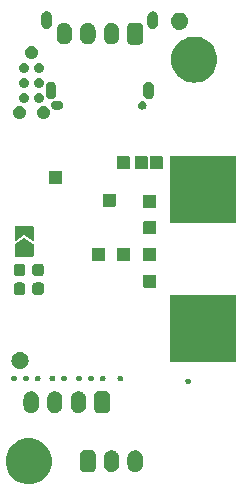
<source format=gbs>
G04 #@! TF.GenerationSoftware,KiCad,Pcbnew,7.0.7*
G04 #@! TF.CreationDate,2023-09-04T22:31:34-04:00*
G04 #@! TF.ProjectId,k1-aioc,6b312d61-696f-4632-9e6b-696361645f70,rev?*
G04 #@! TF.SameCoordinates,Original*
G04 #@! TF.FileFunction,Soldermask,Bot*
G04 #@! TF.FilePolarity,Negative*
%FSLAX46Y46*%
G04 Gerber Fmt 4.6, Leading zero omitted, Abs format (unit mm)*
G04 Created by KiCad (PCBNEW 7.0.7) date 2023-09-04 22:31:34*
%MOMM*%
%LPD*%
G01*
G04 APERTURE LIST*
G04 APERTURE END LIST*
G36*
X87027514Y-129319848D02*
G01*
X87299378Y-129378989D01*
X87560059Y-129476218D01*
X87804250Y-129609556D01*
X88026978Y-129776288D01*
X88223712Y-129973022D01*
X88390444Y-130195750D01*
X88523782Y-130439941D01*
X88621011Y-130700622D01*
X88680152Y-130972486D01*
X88700000Y-131250000D01*
X88680152Y-131527514D01*
X88621011Y-131799378D01*
X88523782Y-132060059D01*
X88390444Y-132304250D01*
X88223712Y-132526978D01*
X88026978Y-132723712D01*
X87804250Y-132890444D01*
X87560059Y-133023782D01*
X87299378Y-133121011D01*
X87027514Y-133180152D01*
X86750000Y-133200000D01*
X86472486Y-133180152D01*
X86200622Y-133121011D01*
X85939941Y-133023782D01*
X85695750Y-132890444D01*
X85473022Y-132723712D01*
X85276288Y-132526978D01*
X85109556Y-132304250D01*
X84976218Y-132060059D01*
X84878989Y-131799378D01*
X84819848Y-131527514D01*
X84800000Y-131250000D01*
X84819848Y-130972486D01*
X84878989Y-130700622D01*
X84976218Y-130439941D01*
X85109556Y-130195750D01*
X85276288Y-129973022D01*
X85473022Y-129776288D01*
X85695750Y-129609556D01*
X85939941Y-129476218D01*
X86200622Y-129378989D01*
X86472486Y-129319848D01*
X86750000Y-129300000D01*
X87027514Y-129319848D01*
G37*
G36*
X92168685Y-130332969D02*
G01*
X92177358Y-130336798D01*
X92184925Y-130337901D01*
X92232223Y-130361023D01*
X92269541Y-130377501D01*
X92272996Y-130380956D01*
X92273920Y-130381408D01*
X92343591Y-130451079D01*
X92344042Y-130452002D01*
X92347499Y-130455459D01*
X92363978Y-130492782D01*
X92387098Y-130540073D01*
X92388200Y-130547639D01*
X92392031Y-130556315D01*
X92400000Y-130625000D01*
X92400000Y-131875000D01*
X92392031Y-131943685D01*
X92388199Y-131952361D01*
X92387098Y-131959925D01*
X92363985Y-132007202D01*
X92347499Y-132044541D01*
X92344041Y-132047998D01*
X92343591Y-132048920D01*
X92273920Y-132118591D01*
X92272998Y-132119041D01*
X92269541Y-132122499D01*
X92232207Y-132138983D01*
X92184926Y-132162098D01*
X92177361Y-132163200D01*
X92168685Y-132167031D01*
X92100000Y-132175000D01*
X91400000Y-132175000D01*
X91331315Y-132167031D01*
X91322638Y-132163200D01*
X91315074Y-132162098D01*
X91267787Y-132138981D01*
X91230459Y-132122499D01*
X91227002Y-132119042D01*
X91226079Y-132118591D01*
X91156408Y-132048920D01*
X91155956Y-132047996D01*
X91152501Y-132044541D01*
X91136025Y-132007228D01*
X91112901Y-131959926D01*
X91111798Y-131952357D01*
X91107969Y-131943685D01*
X91100000Y-131875000D01*
X91100000Y-130625000D01*
X91107969Y-130556315D01*
X91111798Y-130547642D01*
X91112901Y-130540074D01*
X91136028Y-130492766D01*
X91152501Y-130455459D01*
X91155955Y-130452004D01*
X91156408Y-130451079D01*
X91226079Y-130381408D01*
X91227004Y-130380955D01*
X91230459Y-130377501D01*
X91267761Y-130361030D01*
X91315073Y-130337901D01*
X91322642Y-130336798D01*
X91331315Y-130332969D01*
X91400000Y-130325000D01*
X92100000Y-130325000D01*
X92168685Y-130332969D01*
G37*
G36*
X93810845Y-130330104D02*
G01*
X93828305Y-130330104D01*
X93888076Y-130344836D01*
X93950861Y-130356813D01*
X93966473Y-130364159D01*
X93980362Y-130367583D01*
X94037711Y-130397682D01*
X94098287Y-130426187D01*
X94109156Y-130435179D01*
X94119032Y-130440362D01*
X94169938Y-130485461D01*
X94223830Y-130530044D01*
X94230276Y-130538916D01*
X94236258Y-130544216D01*
X94276810Y-130602965D01*
X94319599Y-130661860D01*
X94322473Y-130669119D01*
X94325220Y-130673099D01*
X94351856Y-130743333D01*
X94379579Y-130813352D01*
X94380162Y-130817968D01*
X94380756Y-130819534D01*
X94390557Y-130900255D01*
X94400000Y-130975000D01*
X94400000Y-131525000D01*
X94394875Y-131606467D01*
X94385134Y-131644401D01*
X94380756Y-131680465D01*
X94365645Y-131720307D01*
X94354355Y-131764281D01*
X94336987Y-131795872D01*
X94325220Y-131826900D01*
X94299228Y-131864554D01*
X94275861Y-131907060D01*
X94253321Y-131931062D01*
X94236258Y-131955783D01*
X94199662Y-131988204D01*
X94164326Y-132025834D01*
X94139160Y-132041804D01*
X94119032Y-132059637D01*
X94072954Y-132083819D01*
X94026757Y-132113138D01*
X94001387Y-132121380D01*
X93980362Y-132132416D01*
X93926768Y-132145626D01*
X93871798Y-132163487D01*
X93848312Y-132164964D01*
X93828305Y-132169896D01*
X93769923Y-132169896D01*
X93709186Y-132173717D01*
X93689155Y-132169896D01*
X93671695Y-132169896D01*
X93611929Y-132155164D01*
X93549139Y-132143187D01*
X93533523Y-132135838D01*
X93519637Y-132132416D01*
X93462297Y-132102321D01*
X93401713Y-132073813D01*
X93390841Y-132064819D01*
X93380967Y-132059637D01*
X93330063Y-132014539D01*
X93276170Y-131969956D01*
X93269723Y-131961083D01*
X93263741Y-131955783D01*
X93223183Y-131897025D01*
X93180401Y-131838140D01*
X93177527Y-131830881D01*
X93174779Y-131826900D01*
X93148128Y-131756628D01*
X93120421Y-131686648D01*
X93119838Y-131682034D01*
X93119243Y-131680465D01*
X93109432Y-131599668D01*
X93100000Y-131525000D01*
X93100000Y-130975000D01*
X93105125Y-130893533D01*
X93114863Y-130855604D01*
X93119243Y-130819534D01*
X93134357Y-130779680D01*
X93145645Y-130735719D01*
X93163008Y-130704135D01*
X93174779Y-130673099D01*
X93200778Y-130635433D01*
X93224139Y-130592940D01*
X93246672Y-130568944D01*
X93263741Y-130544216D01*
X93300348Y-130511784D01*
X93335674Y-130474166D01*
X93360831Y-130458200D01*
X93380967Y-130440362D01*
X93427059Y-130416171D01*
X93473243Y-130386862D01*
X93498604Y-130378621D01*
X93519637Y-130367583D01*
X93573241Y-130354370D01*
X93628202Y-130336513D01*
X93651686Y-130335035D01*
X93671695Y-130330104D01*
X93730077Y-130330104D01*
X93790814Y-130326283D01*
X93810845Y-130330104D01*
G37*
G36*
X95810845Y-130330104D02*
G01*
X95828305Y-130330104D01*
X95888076Y-130344836D01*
X95950861Y-130356813D01*
X95966473Y-130364159D01*
X95980362Y-130367583D01*
X96037711Y-130397682D01*
X96098287Y-130426187D01*
X96109156Y-130435179D01*
X96119032Y-130440362D01*
X96169938Y-130485461D01*
X96223830Y-130530044D01*
X96230276Y-130538916D01*
X96236258Y-130544216D01*
X96276810Y-130602965D01*
X96319599Y-130661860D01*
X96322473Y-130669119D01*
X96325220Y-130673099D01*
X96351856Y-130743333D01*
X96379579Y-130813352D01*
X96380162Y-130817968D01*
X96380756Y-130819534D01*
X96390557Y-130900255D01*
X96400000Y-130975000D01*
X96400000Y-131525000D01*
X96394875Y-131606467D01*
X96385134Y-131644401D01*
X96380756Y-131680465D01*
X96365645Y-131720307D01*
X96354355Y-131764281D01*
X96336987Y-131795872D01*
X96325220Y-131826900D01*
X96299228Y-131864554D01*
X96275861Y-131907060D01*
X96253321Y-131931062D01*
X96236258Y-131955783D01*
X96199662Y-131988204D01*
X96164326Y-132025834D01*
X96139160Y-132041804D01*
X96119032Y-132059637D01*
X96072954Y-132083819D01*
X96026757Y-132113138D01*
X96001387Y-132121380D01*
X95980362Y-132132416D01*
X95926768Y-132145626D01*
X95871798Y-132163487D01*
X95848312Y-132164964D01*
X95828305Y-132169896D01*
X95769923Y-132169896D01*
X95709186Y-132173717D01*
X95689155Y-132169896D01*
X95671695Y-132169896D01*
X95611929Y-132155164D01*
X95549139Y-132143187D01*
X95533523Y-132135838D01*
X95519637Y-132132416D01*
X95462297Y-132102321D01*
X95401713Y-132073813D01*
X95390841Y-132064819D01*
X95380967Y-132059637D01*
X95330063Y-132014539D01*
X95276170Y-131969956D01*
X95269723Y-131961083D01*
X95263741Y-131955783D01*
X95223183Y-131897025D01*
X95180401Y-131838140D01*
X95177527Y-131830881D01*
X95174779Y-131826900D01*
X95148128Y-131756628D01*
X95120421Y-131686648D01*
X95119838Y-131682034D01*
X95119243Y-131680465D01*
X95109432Y-131599668D01*
X95100000Y-131525000D01*
X95100000Y-130975000D01*
X95105125Y-130893533D01*
X95114863Y-130855604D01*
X95119243Y-130819534D01*
X95134357Y-130779680D01*
X95145645Y-130735719D01*
X95163008Y-130704135D01*
X95174779Y-130673099D01*
X95200778Y-130635433D01*
X95224139Y-130592940D01*
X95246672Y-130568944D01*
X95263741Y-130544216D01*
X95300348Y-130511784D01*
X95335674Y-130474166D01*
X95360831Y-130458200D01*
X95380967Y-130440362D01*
X95427059Y-130416171D01*
X95473243Y-130386862D01*
X95498604Y-130378621D01*
X95519637Y-130367583D01*
X95573241Y-130354370D01*
X95628202Y-130336513D01*
X95651686Y-130335035D01*
X95671695Y-130330104D01*
X95730077Y-130330104D01*
X95790814Y-130326283D01*
X95810845Y-130330104D01*
G37*
G36*
X93368685Y-125332969D02*
G01*
X93377358Y-125336798D01*
X93384925Y-125337901D01*
X93432223Y-125361023D01*
X93469541Y-125377501D01*
X93472996Y-125380956D01*
X93473920Y-125381408D01*
X93543591Y-125451079D01*
X93544042Y-125452002D01*
X93547499Y-125455459D01*
X93563978Y-125492782D01*
X93587098Y-125540073D01*
X93588200Y-125547639D01*
X93592031Y-125556315D01*
X93600000Y-125625000D01*
X93600000Y-126875000D01*
X93592031Y-126943685D01*
X93588199Y-126952361D01*
X93587098Y-126959925D01*
X93563985Y-127007202D01*
X93547499Y-127044541D01*
X93544041Y-127047998D01*
X93543591Y-127048920D01*
X93473920Y-127118591D01*
X93472998Y-127119041D01*
X93469541Y-127122499D01*
X93432207Y-127138983D01*
X93384926Y-127162098D01*
X93377361Y-127163200D01*
X93368685Y-127167031D01*
X93300000Y-127175000D01*
X92600000Y-127175000D01*
X92531315Y-127167031D01*
X92522638Y-127163200D01*
X92515074Y-127162098D01*
X92467787Y-127138981D01*
X92430459Y-127122499D01*
X92427002Y-127119042D01*
X92426079Y-127118591D01*
X92356408Y-127048920D01*
X92355956Y-127047996D01*
X92352501Y-127044541D01*
X92336025Y-127007228D01*
X92312901Y-126959926D01*
X92311798Y-126952357D01*
X92307969Y-126943685D01*
X92300000Y-126875000D01*
X92300000Y-125625000D01*
X92307969Y-125556315D01*
X92311798Y-125547642D01*
X92312901Y-125540074D01*
X92336028Y-125492766D01*
X92352501Y-125455459D01*
X92355955Y-125452004D01*
X92356408Y-125451079D01*
X92426079Y-125381408D01*
X92427004Y-125380955D01*
X92430459Y-125377501D01*
X92467761Y-125361030D01*
X92515073Y-125337901D01*
X92522642Y-125336798D01*
X92531315Y-125332969D01*
X92600000Y-125325000D01*
X93300000Y-125325000D01*
X93368685Y-125332969D01*
G37*
G36*
X87010845Y-125330104D02*
G01*
X87028305Y-125330104D01*
X87088076Y-125344836D01*
X87150861Y-125356813D01*
X87166473Y-125364159D01*
X87180362Y-125367583D01*
X87237711Y-125397682D01*
X87298287Y-125426187D01*
X87309156Y-125435179D01*
X87319032Y-125440362D01*
X87369938Y-125485461D01*
X87423830Y-125530044D01*
X87430276Y-125538916D01*
X87436258Y-125544216D01*
X87476810Y-125602965D01*
X87519599Y-125661860D01*
X87522473Y-125669119D01*
X87525220Y-125673099D01*
X87551856Y-125743333D01*
X87579579Y-125813352D01*
X87580162Y-125817968D01*
X87580756Y-125819534D01*
X87590557Y-125900255D01*
X87600000Y-125975000D01*
X87600000Y-126525000D01*
X87594875Y-126606467D01*
X87585134Y-126644401D01*
X87580756Y-126680465D01*
X87565645Y-126720307D01*
X87554355Y-126764281D01*
X87536987Y-126795872D01*
X87525220Y-126826900D01*
X87499228Y-126864554D01*
X87475861Y-126907060D01*
X87453321Y-126931062D01*
X87436258Y-126955783D01*
X87399662Y-126988204D01*
X87364326Y-127025834D01*
X87339160Y-127041804D01*
X87319032Y-127059637D01*
X87272954Y-127083819D01*
X87226757Y-127113138D01*
X87201387Y-127121380D01*
X87180362Y-127132416D01*
X87126768Y-127145626D01*
X87071798Y-127163487D01*
X87048312Y-127164964D01*
X87028305Y-127169896D01*
X86969923Y-127169896D01*
X86909186Y-127173717D01*
X86889155Y-127169896D01*
X86871695Y-127169896D01*
X86811929Y-127155164D01*
X86749139Y-127143187D01*
X86733523Y-127135838D01*
X86719637Y-127132416D01*
X86662297Y-127102321D01*
X86601713Y-127073813D01*
X86590841Y-127064819D01*
X86580967Y-127059637D01*
X86530063Y-127014539D01*
X86476170Y-126969956D01*
X86469723Y-126961083D01*
X86463741Y-126955783D01*
X86423183Y-126897025D01*
X86380401Y-126838140D01*
X86377527Y-126830881D01*
X86374779Y-126826900D01*
X86348128Y-126756628D01*
X86320421Y-126686648D01*
X86319838Y-126682034D01*
X86319243Y-126680465D01*
X86309432Y-126599668D01*
X86300000Y-126525000D01*
X86300000Y-125975000D01*
X86305125Y-125893533D01*
X86314863Y-125855604D01*
X86319243Y-125819534D01*
X86334357Y-125779680D01*
X86345645Y-125735719D01*
X86363008Y-125704135D01*
X86374779Y-125673099D01*
X86400778Y-125635433D01*
X86424139Y-125592940D01*
X86446672Y-125568944D01*
X86463741Y-125544216D01*
X86500348Y-125511784D01*
X86535674Y-125474166D01*
X86560831Y-125458200D01*
X86580967Y-125440362D01*
X86627059Y-125416171D01*
X86673243Y-125386862D01*
X86698604Y-125378621D01*
X86719637Y-125367583D01*
X86773241Y-125354370D01*
X86828202Y-125336513D01*
X86851686Y-125335035D01*
X86871695Y-125330104D01*
X86930077Y-125330104D01*
X86990814Y-125326283D01*
X87010845Y-125330104D01*
G37*
G36*
X89010845Y-125330104D02*
G01*
X89028305Y-125330104D01*
X89088076Y-125344836D01*
X89150861Y-125356813D01*
X89166473Y-125364159D01*
X89180362Y-125367583D01*
X89237711Y-125397682D01*
X89298287Y-125426187D01*
X89309156Y-125435179D01*
X89319032Y-125440362D01*
X89369938Y-125485461D01*
X89423830Y-125530044D01*
X89430276Y-125538916D01*
X89436258Y-125544216D01*
X89476810Y-125602965D01*
X89519599Y-125661860D01*
X89522473Y-125669119D01*
X89525220Y-125673099D01*
X89551856Y-125743333D01*
X89579579Y-125813352D01*
X89580162Y-125817968D01*
X89580756Y-125819534D01*
X89590557Y-125900255D01*
X89600000Y-125975000D01*
X89600000Y-126525000D01*
X89594875Y-126606467D01*
X89585134Y-126644401D01*
X89580756Y-126680465D01*
X89565645Y-126720307D01*
X89554355Y-126764281D01*
X89536987Y-126795872D01*
X89525220Y-126826900D01*
X89499228Y-126864554D01*
X89475861Y-126907060D01*
X89453321Y-126931062D01*
X89436258Y-126955783D01*
X89399662Y-126988204D01*
X89364326Y-127025834D01*
X89339160Y-127041804D01*
X89319032Y-127059637D01*
X89272954Y-127083819D01*
X89226757Y-127113138D01*
X89201387Y-127121380D01*
X89180362Y-127132416D01*
X89126768Y-127145626D01*
X89071798Y-127163487D01*
X89048312Y-127164964D01*
X89028305Y-127169896D01*
X88969923Y-127169896D01*
X88909186Y-127173717D01*
X88889155Y-127169896D01*
X88871695Y-127169896D01*
X88811929Y-127155164D01*
X88749139Y-127143187D01*
X88733523Y-127135838D01*
X88719637Y-127132416D01*
X88662297Y-127102321D01*
X88601713Y-127073813D01*
X88590841Y-127064819D01*
X88580967Y-127059637D01*
X88530063Y-127014539D01*
X88476170Y-126969956D01*
X88469723Y-126961083D01*
X88463741Y-126955783D01*
X88423183Y-126897025D01*
X88380401Y-126838140D01*
X88377527Y-126830881D01*
X88374779Y-126826900D01*
X88348128Y-126756628D01*
X88320421Y-126686648D01*
X88319838Y-126682034D01*
X88319243Y-126680465D01*
X88309432Y-126599668D01*
X88300000Y-126525000D01*
X88300000Y-125975000D01*
X88305125Y-125893533D01*
X88314863Y-125855604D01*
X88319243Y-125819534D01*
X88334357Y-125779680D01*
X88345645Y-125735719D01*
X88363008Y-125704135D01*
X88374779Y-125673099D01*
X88400778Y-125635433D01*
X88424139Y-125592940D01*
X88446672Y-125568944D01*
X88463741Y-125544216D01*
X88500348Y-125511784D01*
X88535674Y-125474166D01*
X88560831Y-125458200D01*
X88580967Y-125440362D01*
X88627059Y-125416171D01*
X88673243Y-125386862D01*
X88698604Y-125378621D01*
X88719637Y-125367583D01*
X88773241Y-125354370D01*
X88828202Y-125336513D01*
X88851686Y-125335035D01*
X88871695Y-125330104D01*
X88930077Y-125330104D01*
X88990814Y-125326283D01*
X89010845Y-125330104D01*
G37*
G36*
X91010845Y-125330104D02*
G01*
X91028305Y-125330104D01*
X91088076Y-125344836D01*
X91150861Y-125356813D01*
X91166473Y-125364159D01*
X91180362Y-125367583D01*
X91237711Y-125397682D01*
X91298287Y-125426187D01*
X91309156Y-125435179D01*
X91319032Y-125440362D01*
X91369938Y-125485461D01*
X91423830Y-125530044D01*
X91430276Y-125538916D01*
X91436258Y-125544216D01*
X91476810Y-125602965D01*
X91519599Y-125661860D01*
X91522473Y-125669119D01*
X91525220Y-125673099D01*
X91551856Y-125743333D01*
X91579579Y-125813352D01*
X91580162Y-125817968D01*
X91580756Y-125819534D01*
X91590557Y-125900255D01*
X91600000Y-125975000D01*
X91600000Y-126525000D01*
X91594875Y-126606467D01*
X91585134Y-126644401D01*
X91580756Y-126680465D01*
X91565645Y-126720307D01*
X91554355Y-126764281D01*
X91536987Y-126795872D01*
X91525220Y-126826900D01*
X91499228Y-126864554D01*
X91475861Y-126907060D01*
X91453321Y-126931062D01*
X91436258Y-126955783D01*
X91399662Y-126988204D01*
X91364326Y-127025834D01*
X91339160Y-127041804D01*
X91319032Y-127059637D01*
X91272954Y-127083819D01*
X91226757Y-127113138D01*
X91201387Y-127121380D01*
X91180362Y-127132416D01*
X91126768Y-127145626D01*
X91071798Y-127163487D01*
X91048312Y-127164964D01*
X91028305Y-127169896D01*
X90969923Y-127169896D01*
X90909186Y-127173717D01*
X90889155Y-127169896D01*
X90871695Y-127169896D01*
X90811929Y-127155164D01*
X90749139Y-127143187D01*
X90733523Y-127135838D01*
X90719637Y-127132416D01*
X90662297Y-127102321D01*
X90601713Y-127073813D01*
X90590841Y-127064819D01*
X90580967Y-127059637D01*
X90530063Y-127014539D01*
X90476170Y-126969956D01*
X90469723Y-126961083D01*
X90463741Y-126955783D01*
X90423183Y-126897025D01*
X90380401Y-126838140D01*
X90377527Y-126830881D01*
X90374779Y-126826900D01*
X90348128Y-126756628D01*
X90320421Y-126686648D01*
X90319838Y-126682034D01*
X90319243Y-126680465D01*
X90309432Y-126599668D01*
X90300000Y-126525000D01*
X90300000Y-125975000D01*
X90305125Y-125893533D01*
X90314863Y-125855604D01*
X90319243Y-125819534D01*
X90334357Y-125779680D01*
X90345645Y-125735719D01*
X90363008Y-125704135D01*
X90374779Y-125673099D01*
X90400778Y-125635433D01*
X90424139Y-125592940D01*
X90446672Y-125568944D01*
X90463741Y-125544216D01*
X90500348Y-125511784D01*
X90535674Y-125474166D01*
X90560831Y-125458200D01*
X90580967Y-125440362D01*
X90627059Y-125416171D01*
X90673243Y-125386862D01*
X90698604Y-125378621D01*
X90719637Y-125367583D01*
X90773241Y-125354370D01*
X90828202Y-125336513D01*
X90851686Y-125335035D01*
X90871695Y-125330104D01*
X90930077Y-125330104D01*
X90990814Y-125326283D01*
X91010845Y-125330104D01*
G37*
G36*
X100272915Y-124254558D02*
G01*
X100293278Y-124254558D01*
X100317819Y-124263490D01*
X100345671Y-124269030D01*
X100360780Y-124279125D01*
X100374615Y-124284161D01*
X100399236Y-124304821D01*
X100426777Y-124323223D01*
X100433936Y-124333938D01*
X100440921Y-124339799D01*
X100460425Y-124373581D01*
X100480970Y-124404329D01*
X100482437Y-124411708D01*
X100484198Y-124414757D01*
X100493205Y-124465838D01*
X100500000Y-124500000D01*
X100493206Y-124534153D01*
X100484198Y-124585242D01*
X100482438Y-124588290D01*
X100480970Y-124595671D01*
X100460421Y-124626424D01*
X100440921Y-124660200D01*
X100433938Y-124666059D01*
X100426777Y-124676777D01*
X100399230Y-124695182D01*
X100374615Y-124715838D01*
X100360783Y-124720872D01*
X100345671Y-124730970D01*
X100317817Y-124736510D01*
X100293278Y-124745442D01*
X100272915Y-124745442D01*
X100250000Y-124750000D01*
X100227085Y-124745442D01*
X100206722Y-124745442D01*
X100182181Y-124736510D01*
X100154329Y-124730970D01*
X100139217Y-124720872D01*
X100125384Y-124715838D01*
X100100764Y-124695179D01*
X100073223Y-124676777D01*
X100066062Y-124666061D01*
X100059078Y-124660200D01*
X100039571Y-124626413D01*
X100019030Y-124595671D01*
X100017562Y-124588292D01*
X100015801Y-124585242D01*
X100006783Y-124534104D01*
X100000000Y-124500000D01*
X100006783Y-124465898D01*
X100015801Y-124414757D01*
X100017562Y-124411705D01*
X100019030Y-124404329D01*
X100039567Y-124373592D01*
X100059078Y-124339799D01*
X100066064Y-124333936D01*
X100073223Y-124323223D01*
X100100761Y-124304822D01*
X100125385Y-124284161D01*
X100139219Y-124279125D01*
X100154329Y-124269030D01*
X100182180Y-124263490D01*
X100206722Y-124254558D01*
X100227085Y-124254558D01*
X100250000Y-124250000D01*
X100272915Y-124254558D01*
G37*
G36*
X85522915Y-124004558D02*
G01*
X85543278Y-124004558D01*
X85567819Y-124013490D01*
X85595671Y-124019030D01*
X85610780Y-124029125D01*
X85624615Y-124034161D01*
X85649236Y-124054821D01*
X85676777Y-124073223D01*
X85683936Y-124083938D01*
X85690921Y-124089799D01*
X85710425Y-124123581D01*
X85730970Y-124154329D01*
X85732437Y-124161708D01*
X85734198Y-124164757D01*
X85743208Y-124215854D01*
X85750000Y-124250000D01*
X85743207Y-124284148D01*
X85734198Y-124335242D01*
X85732438Y-124338290D01*
X85730970Y-124345671D01*
X85710421Y-124376424D01*
X85690921Y-124410200D01*
X85683938Y-124416059D01*
X85676777Y-124426777D01*
X85649230Y-124445182D01*
X85624615Y-124465838D01*
X85610783Y-124470872D01*
X85595671Y-124480970D01*
X85567817Y-124486510D01*
X85543278Y-124495442D01*
X85522915Y-124495442D01*
X85500000Y-124500000D01*
X85477085Y-124495442D01*
X85456722Y-124495442D01*
X85432181Y-124486510D01*
X85404329Y-124480970D01*
X85389217Y-124470872D01*
X85375384Y-124465838D01*
X85350764Y-124445179D01*
X85323223Y-124426777D01*
X85316062Y-124416061D01*
X85309078Y-124410200D01*
X85289571Y-124376413D01*
X85269030Y-124345671D01*
X85267562Y-124338292D01*
X85265801Y-124335242D01*
X85256783Y-124284104D01*
X85250000Y-124250000D01*
X85256783Y-124215898D01*
X85265801Y-124164757D01*
X85267562Y-124161705D01*
X85269030Y-124154329D01*
X85289567Y-124123592D01*
X85309078Y-124089799D01*
X85316064Y-124083936D01*
X85323223Y-124073223D01*
X85350761Y-124054822D01*
X85375385Y-124034161D01*
X85389219Y-124029125D01*
X85404329Y-124019030D01*
X85432180Y-124013490D01*
X85456722Y-124004558D01*
X85477085Y-124004558D01*
X85500000Y-124000000D01*
X85522915Y-124004558D01*
G37*
G36*
X86522915Y-124004558D02*
G01*
X86543278Y-124004558D01*
X86567819Y-124013490D01*
X86595671Y-124019030D01*
X86610780Y-124029125D01*
X86624615Y-124034161D01*
X86649236Y-124054821D01*
X86676777Y-124073223D01*
X86683936Y-124083938D01*
X86690921Y-124089799D01*
X86710425Y-124123581D01*
X86730970Y-124154329D01*
X86732437Y-124161708D01*
X86734198Y-124164757D01*
X86743208Y-124215854D01*
X86750000Y-124250000D01*
X86743207Y-124284148D01*
X86734198Y-124335242D01*
X86732438Y-124338290D01*
X86730970Y-124345671D01*
X86710421Y-124376424D01*
X86690921Y-124410200D01*
X86683938Y-124416059D01*
X86676777Y-124426777D01*
X86649230Y-124445182D01*
X86624615Y-124465838D01*
X86610783Y-124470872D01*
X86595671Y-124480970D01*
X86567817Y-124486510D01*
X86543278Y-124495442D01*
X86522915Y-124495442D01*
X86500000Y-124500000D01*
X86477085Y-124495442D01*
X86456722Y-124495442D01*
X86432181Y-124486510D01*
X86404329Y-124480970D01*
X86389217Y-124470872D01*
X86375384Y-124465838D01*
X86350764Y-124445179D01*
X86323223Y-124426777D01*
X86316062Y-124416061D01*
X86309078Y-124410200D01*
X86289571Y-124376413D01*
X86269030Y-124345671D01*
X86267562Y-124338292D01*
X86265801Y-124335242D01*
X86256783Y-124284104D01*
X86250000Y-124250000D01*
X86256783Y-124215898D01*
X86265801Y-124164757D01*
X86267562Y-124161705D01*
X86269030Y-124154329D01*
X86289567Y-124123592D01*
X86309078Y-124089799D01*
X86316064Y-124083936D01*
X86323223Y-124073223D01*
X86350761Y-124054822D01*
X86375385Y-124034161D01*
X86389219Y-124029125D01*
X86404329Y-124019030D01*
X86432180Y-124013490D01*
X86456722Y-124004558D01*
X86477085Y-124004558D01*
X86500000Y-124000000D01*
X86522915Y-124004558D01*
G37*
G36*
X87522915Y-124004558D02*
G01*
X87543278Y-124004558D01*
X87567819Y-124013490D01*
X87595671Y-124019030D01*
X87610780Y-124029125D01*
X87624615Y-124034161D01*
X87649236Y-124054821D01*
X87676777Y-124073223D01*
X87683936Y-124083938D01*
X87690921Y-124089799D01*
X87710425Y-124123581D01*
X87730970Y-124154329D01*
X87732437Y-124161708D01*
X87734198Y-124164757D01*
X87743208Y-124215854D01*
X87750000Y-124250000D01*
X87743207Y-124284148D01*
X87734198Y-124335242D01*
X87732438Y-124338290D01*
X87730970Y-124345671D01*
X87710421Y-124376424D01*
X87690921Y-124410200D01*
X87683938Y-124416059D01*
X87676777Y-124426777D01*
X87649230Y-124445182D01*
X87624615Y-124465838D01*
X87610783Y-124470872D01*
X87595671Y-124480970D01*
X87567817Y-124486510D01*
X87543278Y-124495442D01*
X87522915Y-124495442D01*
X87500000Y-124500000D01*
X87477085Y-124495442D01*
X87456722Y-124495442D01*
X87432181Y-124486510D01*
X87404329Y-124480970D01*
X87389217Y-124470872D01*
X87375384Y-124465838D01*
X87350764Y-124445179D01*
X87323223Y-124426777D01*
X87316062Y-124416061D01*
X87309078Y-124410200D01*
X87289571Y-124376413D01*
X87269030Y-124345671D01*
X87267562Y-124338292D01*
X87265801Y-124335242D01*
X87256783Y-124284104D01*
X87250000Y-124250000D01*
X87256783Y-124215898D01*
X87265801Y-124164757D01*
X87267562Y-124161705D01*
X87269030Y-124154329D01*
X87289567Y-124123592D01*
X87309078Y-124089799D01*
X87316064Y-124083936D01*
X87323223Y-124073223D01*
X87350761Y-124054822D01*
X87375385Y-124034161D01*
X87389219Y-124029125D01*
X87404329Y-124019030D01*
X87432180Y-124013490D01*
X87456722Y-124004558D01*
X87477085Y-124004558D01*
X87500000Y-124000000D01*
X87522915Y-124004558D01*
G37*
G36*
X88772915Y-124004558D02*
G01*
X88793278Y-124004558D01*
X88817819Y-124013490D01*
X88845671Y-124019030D01*
X88860780Y-124029125D01*
X88874615Y-124034161D01*
X88899236Y-124054821D01*
X88926777Y-124073223D01*
X88933936Y-124083938D01*
X88940921Y-124089799D01*
X88960425Y-124123581D01*
X88980970Y-124154329D01*
X88982437Y-124161708D01*
X88984198Y-124164757D01*
X88993208Y-124215858D01*
X89000000Y-124250000D01*
X88993206Y-124284153D01*
X88984198Y-124335242D01*
X88982438Y-124338290D01*
X88980970Y-124345671D01*
X88960421Y-124376424D01*
X88940921Y-124410200D01*
X88933938Y-124416059D01*
X88926777Y-124426777D01*
X88899230Y-124445182D01*
X88874615Y-124465838D01*
X88860783Y-124470872D01*
X88845671Y-124480970D01*
X88817817Y-124486510D01*
X88793278Y-124495442D01*
X88772915Y-124495442D01*
X88750000Y-124500000D01*
X88727085Y-124495442D01*
X88706722Y-124495442D01*
X88682181Y-124486510D01*
X88654329Y-124480970D01*
X88639217Y-124470872D01*
X88625384Y-124465838D01*
X88600764Y-124445179D01*
X88573223Y-124426777D01*
X88566062Y-124416061D01*
X88559078Y-124410200D01*
X88539571Y-124376413D01*
X88519030Y-124345671D01*
X88517562Y-124338292D01*
X88515801Y-124335242D01*
X88506783Y-124284104D01*
X88500000Y-124250000D01*
X88506783Y-124215898D01*
X88515801Y-124164757D01*
X88517562Y-124161705D01*
X88519030Y-124154329D01*
X88539567Y-124123592D01*
X88559078Y-124089799D01*
X88566064Y-124083936D01*
X88573223Y-124073223D01*
X88600761Y-124054822D01*
X88625385Y-124034161D01*
X88639219Y-124029125D01*
X88654329Y-124019030D01*
X88682180Y-124013490D01*
X88706722Y-124004558D01*
X88727085Y-124004558D01*
X88750000Y-124000000D01*
X88772915Y-124004558D01*
G37*
G36*
X89772915Y-124004558D02*
G01*
X89793278Y-124004558D01*
X89817819Y-124013490D01*
X89845671Y-124019030D01*
X89860780Y-124029125D01*
X89874615Y-124034161D01*
X89899236Y-124054821D01*
X89926777Y-124073223D01*
X89933936Y-124083938D01*
X89940921Y-124089799D01*
X89960425Y-124123581D01*
X89980970Y-124154329D01*
X89982437Y-124161708D01*
X89984198Y-124164757D01*
X89993208Y-124215858D01*
X90000000Y-124250000D01*
X89993206Y-124284153D01*
X89984198Y-124335242D01*
X89982438Y-124338290D01*
X89980970Y-124345671D01*
X89960421Y-124376424D01*
X89940921Y-124410200D01*
X89933938Y-124416059D01*
X89926777Y-124426777D01*
X89899230Y-124445182D01*
X89874615Y-124465838D01*
X89860783Y-124470872D01*
X89845671Y-124480970D01*
X89817817Y-124486510D01*
X89793278Y-124495442D01*
X89772915Y-124495442D01*
X89750000Y-124500000D01*
X89727085Y-124495442D01*
X89706722Y-124495442D01*
X89682181Y-124486510D01*
X89654329Y-124480970D01*
X89639217Y-124470872D01*
X89625384Y-124465838D01*
X89600764Y-124445179D01*
X89573223Y-124426777D01*
X89566062Y-124416061D01*
X89559078Y-124410200D01*
X89539571Y-124376413D01*
X89519030Y-124345671D01*
X89517562Y-124338292D01*
X89515801Y-124335242D01*
X89506783Y-124284104D01*
X89500000Y-124250000D01*
X89506783Y-124215898D01*
X89515801Y-124164757D01*
X89517562Y-124161705D01*
X89519030Y-124154329D01*
X89539567Y-124123592D01*
X89559078Y-124089799D01*
X89566064Y-124083936D01*
X89573223Y-124073223D01*
X89600761Y-124054822D01*
X89625385Y-124034161D01*
X89639219Y-124029125D01*
X89654329Y-124019030D01*
X89682180Y-124013490D01*
X89706722Y-124004558D01*
X89727085Y-124004558D01*
X89750000Y-124000000D01*
X89772915Y-124004558D01*
G37*
G36*
X91022915Y-124004558D02*
G01*
X91043278Y-124004558D01*
X91067819Y-124013490D01*
X91095671Y-124019030D01*
X91110780Y-124029125D01*
X91124615Y-124034161D01*
X91149236Y-124054821D01*
X91176777Y-124073223D01*
X91183936Y-124083938D01*
X91190921Y-124089799D01*
X91210425Y-124123581D01*
X91230970Y-124154329D01*
X91232437Y-124161708D01*
X91234198Y-124164757D01*
X91243208Y-124215854D01*
X91250000Y-124250000D01*
X91243207Y-124284148D01*
X91234198Y-124335242D01*
X91232438Y-124338290D01*
X91230970Y-124345671D01*
X91210421Y-124376424D01*
X91190921Y-124410200D01*
X91183938Y-124416059D01*
X91176777Y-124426777D01*
X91149230Y-124445182D01*
X91124615Y-124465838D01*
X91110783Y-124470872D01*
X91095671Y-124480970D01*
X91067817Y-124486510D01*
X91043278Y-124495442D01*
X91022915Y-124495442D01*
X91000000Y-124500000D01*
X90977085Y-124495442D01*
X90956722Y-124495442D01*
X90932181Y-124486510D01*
X90904329Y-124480970D01*
X90889217Y-124470872D01*
X90875384Y-124465838D01*
X90850764Y-124445179D01*
X90823223Y-124426777D01*
X90816062Y-124416061D01*
X90809078Y-124410200D01*
X90789571Y-124376413D01*
X90769030Y-124345671D01*
X90767562Y-124338292D01*
X90765801Y-124335242D01*
X90756784Y-124284109D01*
X90750000Y-124250000D01*
X90756782Y-124215903D01*
X90765801Y-124164757D01*
X90767562Y-124161705D01*
X90769030Y-124154329D01*
X90789567Y-124123592D01*
X90809078Y-124089799D01*
X90816064Y-124083936D01*
X90823223Y-124073223D01*
X90850761Y-124054822D01*
X90875385Y-124034161D01*
X90889219Y-124029125D01*
X90904329Y-124019030D01*
X90932180Y-124013490D01*
X90956722Y-124004558D01*
X90977085Y-124004558D01*
X91000000Y-124000000D01*
X91022915Y-124004558D01*
G37*
G36*
X92022915Y-124004558D02*
G01*
X92043278Y-124004558D01*
X92067819Y-124013490D01*
X92095671Y-124019030D01*
X92110780Y-124029125D01*
X92124615Y-124034161D01*
X92149236Y-124054821D01*
X92176777Y-124073223D01*
X92183936Y-124083938D01*
X92190921Y-124089799D01*
X92210425Y-124123581D01*
X92230970Y-124154329D01*
X92232437Y-124161708D01*
X92234198Y-124164757D01*
X92243208Y-124215854D01*
X92250000Y-124250000D01*
X92243207Y-124284148D01*
X92234198Y-124335242D01*
X92232438Y-124338290D01*
X92230970Y-124345671D01*
X92210421Y-124376424D01*
X92190921Y-124410200D01*
X92183938Y-124416059D01*
X92176777Y-124426777D01*
X92149230Y-124445182D01*
X92124615Y-124465838D01*
X92110783Y-124470872D01*
X92095671Y-124480970D01*
X92067817Y-124486510D01*
X92043278Y-124495442D01*
X92022915Y-124495442D01*
X92000000Y-124500000D01*
X91977085Y-124495442D01*
X91956722Y-124495442D01*
X91932181Y-124486510D01*
X91904329Y-124480970D01*
X91889217Y-124470872D01*
X91875384Y-124465838D01*
X91850764Y-124445179D01*
X91823223Y-124426777D01*
X91816062Y-124416061D01*
X91809078Y-124410200D01*
X91789571Y-124376413D01*
X91769030Y-124345671D01*
X91767562Y-124338292D01*
X91765801Y-124335242D01*
X91756784Y-124284109D01*
X91750000Y-124250000D01*
X91756782Y-124215903D01*
X91765801Y-124164757D01*
X91767562Y-124161705D01*
X91769030Y-124154329D01*
X91789567Y-124123592D01*
X91809078Y-124089799D01*
X91816064Y-124083936D01*
X91823223Y-124073223D01*
X91850761Y-124054822D01*
X91875385Y-124034161D01*
X91889219Y-124029125D01*
X91904329Y-124019030D01*
X91932180Y-124013490D01*
X91956722Y-124004558D01*
X91977085Y-124004558D01*
X92000000Y-124000000D01*
X92022915Y-124004558D01*
G37*
G36*
X93022915Y-124004558D02*
G01*
X93043278Y-124004558D01*
X93067819Y-124013490D01*
X93095671Y-124019030D01*
X93110780Y-124029125D01*
X93124615Y-124034161D01*
X93149236Y-124054821D01*
X93176777Y-124073223D01*
X93183936Y-124083938D01*
X93190921Y-124089799D01*
X93210425Y-124123581D01*
X93230970Y-124154329D01*
X93232437Y-124161708D01*
X93234198Y-124164757D01*
X93243208Y-124215854D01*
X93250000Y-124250000D01*
X93243207Y-124284148D01*
X93234198Y-124335242D01*
X93232438Y-124338290D01*
X93230970Y-124345671D01*
X93210421Y-124376424D01*
X93190921Y-124410200D01*
X93183938Y-124416059D01*
X93176777Y-124426777D01*
X93149230Y-124445182D01*
X93124615Y-124465838D01*
X93110783Y-124470872D01*
X93095671Y-124480970D01*
X93067817Y-124486510D01*
X93043278Y-124495442D01*
X93022915Y-124495442D01*
X93000000Y-124500000D01*
X92977085Y-124495442D01*
X92956722Y-124495442D01*
X92932181Y-124486510D01*
X92904329Y-124480970D01*
X92889217Y-124470872D01*
X92875384Y-124465838D01*
X92850764Y-124445179D01*
X92823223Y-124426777D01*
X92816062Y-124416061D01*
X92809078Y-124410200D01*
X92789571Y-124376413D01*
X92769030Y-124345671D01*
X92767562Y-124338292D01*
X92765801Y-124335242D01*
X92756784Y-124284109D01*
X92750000Y-124250000D01*
X92756782Y-124215903D01*
X92765801Y-124164757D01*
X92767562Y-124161705D01*
X92769030Y-124154329D01*
X92789567Y-124123592D01*
X92809078Y-124089799D01*
X92816064Y-124083936D01*
X92823223Y-124073223D01*
X92850761Y-124054822D01*
X92875385Y-124034161D01*
X92889219Y-124029125D01*
X92904329Y-124019030D01*
X92932180Y-124013490D01*
X92956722Y-124004558D01*
X92977085Y-124004558D01*
X93000000Y-124000000D01*
X93022915Y-124004558D01*
G37*
G36*
X94522915Y-124004558D02*
G01*
X94543278Y-124004558D01*
X94567819Y-124013490D01*
X94595671Y-124019030D01*
X94610780Y-124029125D01*
X94624615Y-124034161D01*
X94649236Y-124054821D01*
X94676777Y-124073223D01*
X94683936Y-124083938D01*
X94690921Y-124089799D01*
X94710425Y-124123581D01*
X94730970Y-124154329D01*
X94732437Y-124161708D01*
X94734198Y-124164757D01*
X94743208Y-124215854D01*
X94750000Y-124250000D01*
X94743207Y-124284148D01*
X94734198Y-124335242D01*
X94732438Y-124338290D01*
X94730970Y-124345671D01*
X94710421Y-124376424D01*
X94690921Y-124410200D01*
X94683938Y-124416059D01*
X94676777Y-124426777D01*
X94649230Y-124445182D01*
X94624615Y-124465838D01*
X94610783Y-124470872D01*
X94595671Y-124480970D01*
X94567817Y-124486510D01*
X94543278Y-124495442D01*
X94522915Y-124495442D01*
X94500000Y-124500000D01*
X94477085Y-124495442D01*
X94456722Y-124495442D01*
X94432181Y-124486510D01*
X94404329Y-124480970D01*
X94389217Y-124470872D01*
X94375384Y-124465838D01*
X94350764Y-124445179D01*
X94323223Y-124426777D01*
X94316062Y-124416061D01*
X94309078Y-124410200D01*
X94289571Y-124376413D01*
X94269030Y-124345671D01*
X94267562Y-124338292D01*
X94265801Y-124335242D01*
X94256783Y-124284104D01*
X94250000Y-124250000D01*
X94256783Y-124215898D01*
X94265801Y-124164757D01*
X94267562Y-124161705D01*
X94269030Y-124154329D01*
X94289567Y-124123592D01*
X94309078Y-124089799D01*
X94316064Y-124083936D01*
X94323223Y-124073223D01*
X94350761Y-124054822D01*
X94375385Y-124034161D01*
X94389219Y-124029125D01*
X94404329Y-124019030D01*
X94432180Y-124013490D01*
X94456722Y-124004558D01*
X94477085Y-124004558D01*
X94500000Y-124000000D01*
X94522915Y-124004558D01*
G37*
G36*
X86161550Y-122042202D02*
G01*
X86315000Y-122095897D01*
X86452654Y-122182390D01*
X86567610Y-122297346D01*
X86654103Y-122435000D01*
X86707798Y-122588450D01*
X86726000Y-122750000D01*
X86707798Y-122911550D01*
X86654103Y-123065000D01*
X86567610Y-123202654D01*
X86452654Y-123317610D01*
X86315000Y-123404103D01*
X86161550Y-123457798D01*
X86000000Y-123476000D01*
X85838450Y-123457798D01*
X85685000Y-123404103D01*
X85547346Y-123317610D01*
X85432390Y-123202654D01*
X85345897Y-123065000D01*
X85292202Y-122911550D01*
X85274000Y-122750000D01*
X85292202Y-122588450D01*
X85345897Y-122435000D01*
X85432390Y-122297346D01*
X85547346Y-122182390D01*
X85685000Y-122095897D01*
X85838450Y-122042202D01*
X86000000Y-122024000D01*
X86161550Y-122042202D01*
G37*
G36*
X104259741Y-117176717D02*
G01*
X104263024Y-117176139D01*
X104265901Y-117177800D01*
X104267333Y-117178006D01*
X104267440Y-117178075D01*
X104275652Y-117179523D01*
X104290579Y-117192048D01*
X104307453Y-117201791D01*
X104309767Y-117208149D01*
X104314952Y-117212500D01*
X104318218Y-117231023D01*
X104322192Y-117239725D01*
X104322420Y-117242912D01*
X104325000Y-117250000D01*
X104325000Y-122750000D01*
X104323282Y-122759741D01*
X104323861Y-122763024D01*
X104322199Y-122765902D01*
X104321994Y-122767330D01*
X104321925Y-122767436D01*
X104320477Y-122775652D01*
X104307951Y-122790579D01*
X104298209Y-122807453D01*
X104291850Y-122809767D01*
X104287500Y-122814952D01*
X104268972Y-122818218D01*
X104260272Y-122822192D01*
X104257088Y-122822419D01*
X104250000Y-122825000D01*
X104242811Y-122825000D01*
X98753575Y-122825000D01*
X98750000Y-122825000D01*
X98740258Y-122823282D01*
X98736976Y-122823861D01*
X98734098Y-122822199D01*
X98732668Y-122821994D01*
X98732560Y-122821925D01*
X98724348Y-122820477D01*
X98709420Y-122807951D01*
X98692547Y-122798209D01*
X98690232Y-122791850D01*
X98685048Y-122787500D01*
X98681782Y-122768978D01*
X98677806Y-122760272D01*
X98677577Y-122757082D01*
X98675000Y-122750000D01*
X98675000Y-117250000D01*
X98676717Y-117240258D01*
X98676139Y-117236976D01*
X98677799Y-117234099D01*
X98678006Y-117232664D01*
X98678075Y-117232555D01*
X98679523Y-117224348D01*
X98692048Y-117209420D01*
X98701791Y-117192547D01*
X98708149Y-117190232D01*
X98712500Y-117185048D01*
X98731022Y-117181781D01*
X98739728Y-117177806D01*
X98742917Y-117177577D01*
X98750000Y-117175000D01*
X104250000Y-117175000D01*
X104259741Y-117176717D01*
G37*
G36*
X86187660Y-116126275D02*
G01*
X86249590Y-116134428D01*
X86265167Y-116141692D01*
X86284096Y-116145457D01*
X86309167Y-116162208D01*
X86334955Y-116174234D01*
X86350644Y-116189923D01*
X86371285Y-116203715D01*
X86385076Y-116224355D01*
X86400765Y-116240044D01*
X86412789Y-116265830D01*
X86429543Y-116290904D01*
X86433308Y-116309834D01*
X86440571Y-116325409D01*
X86448722Y-116387326D01*
X86450000Y-116393750D01*
X86450000Y-116906250D01*
X86448722Y-116912674D01*
X86440571Y-116974590D01*
X86433308Y-116990164D01*
X86429543Y-117009096D01*
X86412787Y-117034171D01*
X86400765Y-117059955D01*
X86385078Y-117075641D01*
X86371285Y-117096285D01*
X86350641Y-117110078D01*
X86334955Y-117125765D01*
X86309171Y-117137787D01*
X86284096Y-117154543D01*
X86265164Y-117158308D01*
X86249590Y-117165571D01*
X86187674Y-117173722D01*
X86181250Y-117175000D01*
X85743750Y-117175000D01*
X85737326Y-117173722D01*
X85675409Y-117165571D01*
X85659834Y-117158308D01*
X85640904Y-117154543D01*
X85615830Y-117137789D01*
X85590044Y-117125765D01*
X85574355Y-117110076D01*
X85553715Y-117096285D01*
X85539923Y-117075644D01*
X85524234Y-117059955D01*
X85512208Y-117034167D01*
X85495457Y-117009096D01*
X85491692Y-116990167D01*
X85484428Y-116974590D01*
X85476275Y-116912660D01*
X85475000Y-116906250D01*
X85475000Y-116393750D01*
X85476274Y-116387341D01*
X85484428Y-116325409D01*
X85491692Y-116309830D01*
X85495457Y-116290904D01*
X85512207Y-116265835D01*
X85524234Y-116240044D01*
X85539925Y-116224352D01*
X85553715Y-116203715D01*
X85574352Y-116189925D01*
X85590044Y-116174234D01*
X85615835Y-116162207D01*
X85640904Y-116145457D01*
X85659830Y-116141692D01*
X85675409Y-116134428D01*
X85737341Y-116126274D01*
X85743750Y-116125000D01*
X86181250Y-116125000D01*
X86187660Y-116126275D01*
G37*
G36*
X87762660Y-116126275D02*
G01*
X87824590Y-116134428D01*
X87840167Y-116141692D01*
X87859096Y-116145457D01*
X87884167Y-116162208D01*
X87909955Y-116174234D01*
X87925644Y-116189923D01*
X87946285Y-116203715D01*
X87960076Y-116224355D01*
X87975765Y-116240044D01*
X87987789Y-116265830D01*
X88004543Y-116290904D01*
X88008308Y-116309834D01*
X88015571Y-116325409D01*
X88023722Y-116387326D01*
X88025000Y-116393750D01*
X88025000Y-116906250D01*
X88023722Y-116912674D01*
X88015571Y-116974590D01*
X88008308Y-116990164D01*
X88004543Y-117009096D01*
X87987787Y-117034171D01*
X87975765Y-117059955D01*
X87960078Y-117075641D01*
X87946285Y-117096285D01*
X87925641Y-117110078D01*
X87909955Y-117125765D01*
X87884171Y-117137787D01*
X87859096Y-117154543D01*
X87840164Y-117158308D01*
X87824590Y-117165571D01*
X87762674Y-117173722D01*
X87756250Y-117175000D01*
X87318750Y-117175000D01*
X87312326Y-117173722D01*
X87250409Y-117165571D01*
X87234834Y-117158308D01*
X87215904Y-117154543D01*
X87190830Y-117137789D01*
X87165044Y-117125765D01*
X87149355Y-117110076D01*
X87128715Y-117096285D01*
X87114923Y-117075644D01*
X87099234Y-117059955D01*
X87087208Y-117034167D01*
X87070457Y-117009096D01*
X87066692Y-116990167D01*
X87059428Y-116974590D01*
X87051275Y-116912660D01*
X87050000Y-116906250D01*
X87050000Y-116393750D01*
X87051274Y-116387341D01*
X87059428Y-116325409D01*
X87066692Y-116309830D01*
X87070457Y-116290904D01*
X87087207Y-116265835D01*
X87099234Y-116240044D01*
X87114925Y-116224352D01*
X87128715Y-116203715D01*
X87149352Y-116189925D01*
X87165044Y-116174234D01*
X87190835Y-116162207D01*
X87215904Y-116145457D01*
X87234830Y-116141692D01*
X87250409Y-116134428D01*
X87312341Y-116126274D01*
X87318750Y-116125000D01*
X87756250Y-116125000D01*
X87762660Y-116126275D01*
G37*
G36*
X97519134Y-115453806D02*
G01*
X97535355Y-115464645D01*
X97546194Y-115480866D01*
X97550000Y-115500000D01*
X97550000Y-116500000D01*
X97546194Y-116519134D01*
X97535355Y-116535355D01*
X97519134Y-116546194D01*
X97500000Y-116550000D01*
X96500000Y-116550000D01*
X96480866Y-116546194D01*
X96464645Y-116535355D01*
X96453806Y-116519134D01*
X96450000Y-116500000D01*
X96450000Y-115500000D01*
X96453806Y-115480866D01*
X96464645Y-115464645D01*
X96480866Y-115453806D01*
X96500000Y-115450000D01*
X97500000Y-115450000D01*
X97519134Y-115453806D01*
G37*
G36*
X86187660Y-114526275D02*
G01*
X86249590Y-114534428D01*
X86265167Y-114541692D01*
X86284096Y-114545457D01*
X86309167Y-114562208D01*
X86334955Y-114574234D01*
X86350644Y-114589923D01*
X86371285Y-114603715D01*
X86385076Y-114624355D01*
X86400765Y-114640044D01*
X86412789Y-114665830D01*
X86429543Y-114690904D01*
X86433308Y-114709834D01*
X86440571Y-114725409D01*
X86448722Y-114787326D01*
X86450000Y-114793750D01*
X86450000Y-115306250D01*
X86448722Y-115312674D01*
X86440571Y-115374590D01*
X86433308Y-115390164D01*
X86429543Y-115409096D01*
X86412787Y-115434171D01*
X86400765Y-115459955D01*
X86385078Y-115475641D01*
X86371285Y-115496285D01*
X86350641Y-115510078D01*
X86334955Y-115525765D01*
X86309171Y-115537787D01*
X86284096Y-115554543D01*
X86265164Y-115558308D01*
X86249590Y-115565571D01*
X86187674Y-115573722D01*
X86181250Y-115575000D01*
X85743750Y-115575000D01*
X85737326Y-115573722D01*
X85675409Y-115565571D01*
X85659834Y-115558308D01*
X85640904Y-115554543D01*
X85615830Y-115537789D01*
X85590044Y-115525765D01*
X85574355Y-115510076D01*
X85553715Y-115496285D01*
X85539923Y-115475644D01*
X85524234Y-115459955D01*
X85512208Y-115434167D01*
X85495457Y-115409096D01*
X85491692Y-115390167D01*
X85484428Y-115374590D01*
X85476275Y-115312660D01*
X85475000Y-115306250D01*
X85475000Y-114793750D01*
X85476274Y-114787341D01*
X85484428Y-114725409D01*
X85491692Y-114709830D01*
X85495457Y-114690904D01*
X85512207Y-114665835D01*
X85524234Y-114640044D01*
X85539925Y-114624352D01*
X85553715Y-114603715D01*
X85574352Y-114589925D01*
X85590044Y-114574234D01*
X85615835Y-114562207D01*
X85640904Y-114545457D01*
X85659830Y-114541692D01*
X85675409Y-114534428D01*
X85737341Y-114526274D01*
X85743750Y-114525000D01*
X86181250Y-114525000D01*
X86187660Y-114526275D01*
G37*
G36*
X87762660Y-114526275D02*
G01*
X87824590Y-114534428D01*
X87840167Y-114541692D01*
X87859096Y-114545457D01*
X87884167Y-114562208D01*
X87909955Y-114574234D01*
X87925644Y-114589923D01*
X87946285Y-114603715D01*
X87960076Y-114624355D01*
X87975765Y-114640044D01*
X87987789Y-114665830D01*
X88004543Y-114690904D01*
X88008308Y-114709834D01*
X88015571Y-114725409D01*
X88023722Y-114787326D01*
X88025000Y-114793750D01*
X88025000Y-115306250D01*
X88023722Y-115312674D01*
X88015571Y-115374590D01*
X88008308Y-115390164D01*
X88004543Y-115409096D01*
X87987787Y-115434171D01*
X87975765Y-115459955D01*
X87960078Y-115475641D01*
X87946285Y-115496285D01*
X87925641Y-115510078D01*
X87909955Y-115525765D01*
X87884171Y-115537787D01*
X87859096Y-115554543D01*
X87840164Y-115558308D01*
X87824590Y-115565571D01*
X87762674Y-115573722D01*
X87756250Y-115575000D01*
X87318750Y-115575000D01*
X87312326Y-115573722D01*
X87250409Y-115565571D01*
X87234834Y-115558308D01*
X87215904Y-115554543D01*
X87190830Y-115537789D01*
X87165044Y-115525765D01*
X87149355Y-115510076D01*
X87128715Y-115496285D01*
X87114923Y-115475644D01*
X87099234Y-115459955D01*
X87087208Y-115434167D01*
X87070457Y-115409096D01*
X87066692Y-115390167D01*
X87059428Y-115374590D01*
X87051275Y-115312660D01*
X87050000Y-115306250D01*
X87050000Y-114793750D01*
X87051274Y-114787341D01*
X87059428Y-114725409D01*
X87066692Y-114709830D01*
X87070457Y-114690904D01*
X87087207Y-114665835D01*
X87099234Y-114640044D01*
X87114925Y-114624352D01*
X87128715Y-114603715D01*
X87149352Y-114589925D01*
X87165044Y-114574234D01*
X87190835Y-114562207D01*
X87215904Y-114545457D01*
X87234830Y-114541692D01*
X87250409Y-114534428D01*
X87312341Y-114526274D01*
X87318750Y-114525000D01*
X87756250Y-114525000D01*
X87762660Y-114526275D01*
G37*
G36*
X93169134Y-113203806D02*
G01*
X93185355Y-113214645D01*
X93196194Y-113230866D01*
X93200000Y-113250000D01*
X93200000Y-114250000D01*
X93196194Y-114269134D01*
X93185355Y-114285355D01*
X93169134Y-114296194D01*
X93150000Y-114300000D01*
X92150000Y-114300000D01*
X92130866Y-114296194D01*
X92114645Y-114285355D01*
X92103806Y-114269134D01*
X92100000Y-114250000D01*
X92100000Y-113250000D01*
X92103806Y-113230866D01*
X92114645Y-113214645D01*
X92130866Y-113203806D01*
X92150000Y-113200000D01*
X93150000Y-113200000D01*
X93169134Y-113203806D01*
G37*
G36*
X95269134Y-113203806D02*
G01*
X95285355Y-113214645D01*
X95296194Y-113230866D01*
X95300000Y-113250000D01*
X95300000Y-114250000D01*
X95296194Y-114269134D01*
X95285355Y-114285355D01*
X95269134Y-114296194D01*
X95250000Y-114300000D01*
X94250000Y-114300000D01*
X94230866Y-114296194D01*
X94214645Y-114285355D01*
X94203806Y-114269134D01*
X94200000Y-114250000D01*
X94200000Y-113250000D01*
X94203806Y-113230866D01*
X94214645Y-113214645D01*
X94230866Y-113203806D01*
X94250000Y-113200000D01*
X95250000Y-113200000D01*
X95269134Y-113203806D01*
G37*
G36*
X97519134Y-113203806D02*
G01*
X97535355Y-113214645D01*
X97546194Y-113230866D01*
X97550000Y-113250000D01*
X97550000Y-114250000D01*
X97546194Y-114269134D01*
X97535355Y-114285355D01*
X97519134Y-114296194D01*
X97500000Y-114300000D01*
X96500000Y-114300000D01*
X96480866Y-114296194D01*
X96464645Y-114285355D01*
X96453806Y-114269134D01*
X96450000Y-114250000D01*
X96450000Y-113250000D01*
X96453806Y-113230866D01*
X96464645Y-113214645D01*
X96480866Y-113203806D01*
X96500000Y-113200000D01*
X97500000Y-113200000D01*
X97519134Y-113203806D01*
G37*
G36*
X86359806Y-112325971D02*
G01*
X86377735Y-112333397D01*
X87127735Y-112833397D01*
X87141544Y-112847178D01*
X87149029Y-112865194D01*
X87150000Y-112875000D01*
X87150000Y-113875000D01*
X87146194Y-113894134D01*
X87135355Y-113910355D01*
X87119134Y-113921194D01*
X87100000Y-113925000D01*
X87095077Y-113925000D01*
X85604923Y-113925000D01*
X85600000Y-113925000D01*
X85580866Y-113921194D01*
X85564645Y-113910355D01*
X85553806Y-113894134D01*
X85550000Y-113875000D01*
X85550000Y-112875000D01*
X85553806Y-112855866D01*
X85564645Y-112839645D01*
X85572265Y-112833397D01*
X86322265Y-112333397D01*
X86340297Y-112325951D01*
X86359806Y-112325971D01*
G37*
G36*
X87119134Y-111378806D02*
G01*
X87135355Y-111389645D01*
X87146194Y-111405866D01*
X87150000Y-111425000D01*
X87150000Y-112575000D01*
X87146194Y-112594134D01*
X87135355Y-112610355D01*
X87119134Y-112621194D01*
X87100000Y-112625000D01*
X87080866Y-112621194D01*
X87072265Y-112616603D01*
X86365137Y-112145184D01*
X86334863Y-112145184D01*
X85627735Y-112616603D01*
X85609703Y-112624049D01*
X85590194Y-112624029D01*
X85572178Y-112616544D01*
X85558397Y-112602735D01*
X85550951Y-112584703D01*
X85550000Y-112575000D01*
X85550000Y-111425000D01*
X85553806Y-111405866D01*
X85564645Y-111389645D01*
X85580866Y-111378806D01*
X85600000Y-111375000D01*
X87100000Y-111375000D01*
X87119134Y-111378806D01*
G37*
G36*
X97519134Y-110953806D02*
G01*
X97535355Y-110964645D01*
X97546194Y-110980866D01*
X97550000Y-111000000D01*
X97550000Y-112000000D01*
X97546194Y-112019134D01*
X97535355Y-112035355D01*
X97519134Y-112046194D01*
X97500000Y-112050000D01*
X96500000Y-112050000D01*
X96480866Y-112046194D01*
X96464645Y-112035355D01*
X96453806Y-112019134D01*
X96450000Y-112000000D01*
X96450000Y-111000000D01*
X96453806Y-110980866D01*
X96464645Y-110964645D01*
X96480866Y-110953806D01*
X96500000Y-110950000D01*
X97500000Y-110950000D01*
X97519134Y-110953806D01*
G37*
G36*
X104259741Y-105426717D02*
G01*
X104263024Y-105426139D01*
X104265901Y-105427800D01*
X104267333Y-105428006D01*
X104267440Y-105428075D01*
X104275652Y-105429523D01*
X104290579Y-105442048D01*
X104307453Y-105451791D01*
X104309767Y-105458149D01*
X104314952Y-105462500D01*
X104318218Y-105481023D01*
X104322192Y-105489725D01*
X104322420Y-105492912D01*
X104325000Y-105500000D01*
X104325000Y-111000000D01*
X104323282Y-111009741D01*
X104323861Y-111013024D01*
X104322199Y-111015902D01*
X104321994Y-111017330D01*
X104321925Y-111017436D01*
X104320477Y-111025652D01*
X104307951Y-111040579D01*
X104298209Y-111057453D01*
X104291850Y-111059767D01*
X104287500Y-111064952D01*
X104268972Y-111068218D01*
X104260272Y-111072192D01*
X104257088Y-111072419D01*
X104250000Y-111075000D01*
X104242811Y-111075000D01*
X98753575Y-111075000D01*
X98750000Y-111075000D01*
X98740258Y-111073282D01*
X98736976Y-111073861D01*
X98734098Y-111072199D01*
X98732668Y-111071994D01*
X98732560Y-111071925D01*
X98724348Y-111070477D01*
X98709420Y-111057951D01*
X98692547Y-111048209D01*
X98690232Y-111041850D01*
X98685048Y-111037500D01*
X98681782Y-111018978D01*
X98677806Y-111010272D01*
X98677577Y-111007082D01*
X98675000Y-111000000D01*
X98675000Y-105500000D01*
X98676717Y-105490258D01*
X98676139Y-105486976D01*
X98677799Y-105484099D01*
X98678006Y-105482664D01*
X98678075Y-105482555D01*
X98679523Y-105474348D01*
X98692048Y-105459420D01*
X98701791Y-105442547D01*
X98708149Y-105440232D01*
X98712500Y-105435048D01*
X98731022Y-105431781D01*
X98739728Y-105427806D01*
X98742917Y-105427577D01*
X98750000Y-105425000D01*
X104250000Y-105425000D01*
X104259741Y-105426717D01*
G37*
G36*
X97519134Y-108703806D02*
G01*
X97535355Y-108714645D01*
X97546194Y-108730866D01*
X97550000Y-108750000D01*
X97550000Y-109750000D01*
X97546194Y-109769134D01*
X97535355Y-109785355D01*
X97519134Y-109796194D01*
X97500000Y-109800000D01*
X96500000Y-109800000D01*
X96480866Y-109796194D01*
X96464645Y-109785355D01*
X96453806Y-109769134D01*
X96450000Y-109750000D01*
X96450000Y-108750000D01*
X96453806Y-108730866D01*
X96464645Y-108714645D01*
X96480866Y-108703806D01*
X96500000Y-108700000D01*
X97500000Y-108700000D01*
X97519134Y-108703806D01*
G37*
G36*
X94069134Y-108603806D02*
G01*
X94085355Y-108614645D01*
X94096194Y-108630866D01*
X94100000Y-108650000D01*
X94100000Y-109650000D01*
X94096194Y-109669134D01*
X94085355Y-109685355D01*
X94069134Y-109696194D01*
X94050000Y-109700000D01*
X93050000Y-109700000D01*
X93030866Y-109696194D01*
X93014645Y-109685355D01*
X93003806Y-109669134D01*
X93000000Y-109650000D01*
X93000000Y-108650000D01*
X93003806Y-108630866D01*
X93014645Y-108614645D01*
X93030866Y-108603806D01*
X93050000Y-108600000D01*
X94050000Y-108600000D01*
X94069134Y-108603806D01*
G37*
G36*
X89519134Y-106703806D02*
G01*
X89535355Y-106714645D01*
X89546194Y-106730866D01*
X89550000Y-106750000D01*
X89550000Y-107750000D01*
X89546194Y-107769134D01*
X89535355Y-107785355D01*
X89519134Y-107796194D01*
X89500000Y-107800000D01*
X88500000Y-107800000D01*
X88480866Y-107796194D01*
X88464645Y-107785355D01*
X88453806Y-107769134D01*
X88450000Y-107750000D01*
X88450000Y-106750000D01*
X88453806Y-106730866D01*
X88464645Y-106714645D01*
X88480866Y-106703806D01*
X88500000Y-106700000D01*
X89500000Y-106700000D01*
X89519134Y-106703806D01*
G37*
G36*
X95269134Y-105453806D02*
G01*
X95285355Y-105464645D01*
X95296194Y-105480866D01*
X95300000Y-105500000D01*
X95300000Y-106500000D01*
X95296194Y-106519134D01*
X95285355Y-106535355D01*
X95269134Y-106546194D01*
X95250000Y-106550000D01*
X94250000Y-106550000D01*
X94230866Y-106546194D01*
X94214645Y-106535355D01*
X94203806Y-106519134D01*
X94200000Y-106500000D01*
X94200000Y-105500000D01*
X94203806Y-105480866D01*
X94214645Y-105464645D01*
X94230866Y-105453806D01*
X94250000Y-105450000D01*
X95250000Y-105450000D01*
X95269134Y-105453806D01*
G37*
G36*
X96769134Y-105453806D02*
G01*
X96785355Y-105464645D01*
X96796194Y-105480866D01*
X96800000Y-105500000D01*
X96800000Y-106500000D01*
X96796194Y-106519134D01*
X96785355Y-106535355D01*
X96769134Y-106546194D01*
X96750000Y-106550000D01*
X95750000Y-106550000D01*
X95730866Y-106546194D01*
X95714645Y-106535355D01*
X95703806Y-106519134D01*
X95700000Y-106500000D01*
X95700000Y-105500000D01*
X95703806Y-105480866D01*
X95714645Y-105464645D01*
X95730866Y-105453806D01*
X95750000Y-105450000D01*
X96750000Y-105450000D01*
X96769134Y-105453806D01*
G37*
G36*
X98069134Y-105453806D02*
G01*
X98085355Y-105464645D01*
X98096194Y-105480866D01*
X98100000Y-105500000D01*
X98100000Y-106500000D01*
X98096194Y-106519134D01*
X98085355Y-106535355D01*
X98069134Y-106546194D01*
X98050000Y-106550000D01*
X97050000Y-106550000D01*
X97030866Y-106546194D01*
X97014645Y-106535355D01*
X97003806Y-106519134D01*
X97000000Y-106500000D01*
X97000000Y-105500000D01*
X97003806Y-105480866D01*
X97014645Y-105464645D01*
X97030866Y-105453806D01*
X97050000Y-105450000D01*
X98050000Y-105450000D01*
X98069134Y-105453806D01*
G37*
G36*
X86109134Y-101223281D02*
G01*
X86240650Y-101277756D01*
X86353585Y-101364415D01*
X86440244Y-101477350D01*
X86494719Y-101608866D01*
X86513300Y-101750000D01*
X86494719Y-101891134D01*
X86440244Y-102022650D01*
X86353585Y-102135585D01*
X86240650Y-102222244D01*
X86109134Y-102276719D01*
X85968000Y-102295300D01*
X85826866Y-102276719D01*
X85695350Y-102222244D01*
X85582415Y-102135585D01*
X85495756Y-102022650D01*
X85441281Y-101891134D01*
X85422700Y-101750000D01*
X85441281Y-101608866D01*
X85495756Y-101477350D01*
X85582415Y-101364415D01*
X85695350Y-101277756D01*
X85826866Y-101223281D01*
X85968000Y-101204700D01*
X86109134Y-101223281D01*
G37*
G36*
X88141134Y-101223281D02*
G01*
X88272650Y-101277756D01*
X88385585Y-101364415D01*
X88472244Y-101477350D01*
X88526719Y-101608866D01*
X88545300Y-101750000D01*
X88526719Y-101891134D01*
X88472244Y-102022650D01*
X88385585Y-102135585D01*
X88272650Y-102222244D01*
X88141134Y-102276719D01*
X88000000Y-102295300D01*
X87858866Y-102276719D01*
X87727350Y-102222244D01*
X87614415Y-102135585D01*
X87527756Y-102022650D01*
X87473281Y-101891134D01*
X87454700Y-101750000D01*
X87473281Y-101608866D01*
X87527756Y-101477350D01*
X87614415Y-101364415D01*
X87727350Y-101277756D01*
X87858866Y-101223281D01*
X88000000Y-101204700D01*
X88141134Y-101223281D01*
G37*
G36*
X89361723Y-100740115D02*
G01*
X89390297Y-100749924D01*
X89415689Y-100753946D01*
X89443933Y-100768337D01*
X89478480Y-100780197D01*
X89499844Y-100796825D01*
X89520050Y-100807121D01*
X89544551Y-100831622D01*
X89575896Y-100856019D01*
X89588990Y-100876061D01*
X89602878Y-100889949D01*
X89619935Y-100923426D01*
X89643415Y-100959364D01*
X89648521Y-100979528D01*
X89656053Y-100994310D01*
X89662379Y-101034255D01*
X89673719Y-101079033D01*
X89672260Y-101096636D01*
X89674377Y-101110000D01*
X89667615Y-101152685D01*
X89663525Y-101202057D01*
X89657688Y-101215362D01*
X89656053Y-101225689D01*
X89635251Y-101266513D01*
X89613937Y-101315106D01*
X89606222Y-101323486D01*
X89602878Y-101330050D01*
X89568917Y-101364010D01*
X89530330Y-101405928D01*
X89523072Y-101409855D01*
X89520050Y-101412878D01*
X89476209Y-101435216D01*
X89421762Y-101464681D01*
X89416735Y-101465519D01*
X89415689Y-101466053D01*
X89373425Y-101472747D01*
X89300000Y-101485000D01*
X89296067Y-101485000D01*
X89003933Y-101485000D01*
X89000000Y-101485000D01*
X88938277Y-101479885D01*
X88909699Y-101470074D01*
X88884310Y-101466053D01*
X88856069Y-101451663D01*
X88821520Y-101439803D01*
X88800153Y-101423172D01*
X88779949Y-101412878D01*
X88755448Y-101388377D01*
X88724104Y-101363981D01*
X88711009Y-101343938D01*
X88697121Y-101330050D01*
X88680061Y-101296569D01*
X88656585Y-101260636D01*
X88651479Y-101240473D01*
X88643946Y-101225689D01*
X88637617Y-101185734D01*
X88626281Y-101140967D01*
X88627739Y-101123367D01*
X88625622Y-101110000D01*
X88632385Y-101067300D01*
X88636475Y-101017943D01*
X88642309Y-101004641D01*
X88643946Y-100994310D01*
X88664757Y-100953464D01*
X88686063Y-100904894D01*
X88693774Y-100896517D01*
X88697121Y-100889949D01*
X88731105Y-100855964D01*
X88769670Y-100814072D01*
X88776923Y-100810146D01*
X88779949Y-100807121D01*
X88823838Y-100784758D01*
X88878238Y-100755319D01*
X88883260Y-100754480D01*
X88884310Y-100753946D01*
X88926662Y-100747238D01*
X89000000Y-100735000D01*
X89300000Y-100735000D01*
X89361723Y-100740115D01*
G37*
G36*
X96465881Y-100753354D02*
G01*
X96570419Y-100806619D01*
X96653381Y-100889581D01*
X96706646Y-100994119D01*
X96725000Y-101110000D01*
X96706646Y-101225881D01*
X96653381Y-101330419D01*
X96570419Y-101413381D01*
X96465881Y-101466646D01*
X96350000Y-101485000D01*
X96234119Y-101466646D01*
X96129581Y-101413381D01*
X96046619Y-101330419D01*
X95993354Y-101225881D01*
X95975000Y-101110000D01*
X95993354Y-100994119D01*
X96046619Y-100889581D01*
X96129581Y-100806619D01*
X96234119Y-100753354D01*
X96350000Y-100735000D01*
X96465881Y-100753354D01*
G37*
G36*
X86533320Y-100076396D02*
G01*
X86639562Y-100144674D01*
X86722264Y-100240118D01*
X86774727Y-100354995D01*
X86792700Y-100480000D01*
X86774727Y-100605005D01*
X86722264Y-100719882D01*
X86639562Y-100815326D01*
X86533320Y-100883604D01*
X86412145Y-100919184D01*
X86285855Y-100919184D01*
X86164680Y-100883604D01*
X86058438Y-100815326D01*
X85975736Y-100719882D01*
X85923273Y-100605005D01*
X85905300Y-100480000D01*
X85923273Y-100354995D01*
X85975736Y-100240118D01*
X86058438Y-100144674D01*
X86164680Y-100076396D01*
X86285855Y-100040816D01*
X86412145Y-100040816D01*
X86533320Y-100076396D01*
G37*
G36*
X87803320Y-100076396D02*
G01*
X87909562Y-100144674D01*
X87992264Y-100240118D01*
X88044727Y-100354995D01*
X88062700Y-100480000D01*
X88044727Y-100605005D01*
X87992264Y-100719882D01*
X87909562Y-100815326D01*
X87803320Y-100883604D01*
X87682145Y-100919184D01*
X87555855Y-100919184D01*
X87434680Y-100883604D01*
X87328438Y-100815326D01*
X87245736Y-100719882D01*
X87193273Y-100605005D01*
X87175300Y-100480000D01*
X87193273Y-100354995D01*
X87245736Y-100240118D01*
X87328438Y-100144674D01*
X87434680Y-100076396D01*
X87555855Y-100040816D01*
X87682145Y-100040816D01*
X87803320Y-100076396D01*
G37*
G36*
X88670413Y-99115089D02*
G01*
X88683967Y-99115089D01*
X88731290Y-99128984D01*
X88784403Y-99141107D01*
X88796640Y-99148172D01*
X88806724Y-99151133D01*
X88850524Y-99179281D01*
X88900570Y-99208176D01*
X88908083Y-99216273D01*
X88914350Y-99220301D01*
X88950080Y-99261535D01*
X88991807Y-99306506D01*
X88995258Y-99313672D01*
X88998131Y-99316988D01*
X89021537Y-99368242D01*
X89050008Y-99427360D01*
X89050733Y-99432170D01*
X89051279Y-99433366D01*
X89058849Y-99486021D01*
X89070000Y-99560000D01*
X89070000Y-100160000D01*
X89064974Y-100227069D01*
X89055363Y-100258226D01*
X89051279Y-100286633D01*
X89036865Y-100318193D01*
X89025436Y-100355248D01*
X89008800Y-100379646D01*
X88998131Y-100403011D01*
X88973459Y-100431482D01*
X88949873Y-100466078D01*
X88929189Y-100482572D01*
X88914350Y-100499698D01*
X88880167Y-100521666D01*
X88845000Y-100549711D01*
X88823241Y-100558250D01*
X88806724Y-100568866D01*
X88764916Y-100581141D01*
X88720134Y-100598718D01*
X88699892Y-100600234D01*
X88683967Y-100604911D01*
X88637493Y-100604911D01*
X88586371Y-100608742D01*
X88569587Y-100604911D01*
X88556033Y-100604911D01*
X88508713Y-100591016D01*
X88455597Y-100578893D01*
X88443357Y-100571826D01*
X88433275Y-100568866D01*
X88389481Y-100540721D01*
X88339430Y-100511824D01*
X88331915Y-100503725D01*
X88325649Y-100499698D01*
X88289917Y-100458462D01*
X88248193Y-100413494D01*
X88244741Y-100406327D01*
X88241868Y-100403011D01*
X88218451Y-100351735D01*
X88189992Y-100292640D01*
X88189267Y-100287831D01*
X88188720Y-100286633D01*
X88181140Y-100233913D01*
X88170000Y-100160000D01*
X88170000Y-99560000D01*
X88175026Y-99492931D01*
X88184635Y-99461779D01*
X88188720Y-99433366D01*
X88203137Y-99401796D01*
X88214564Y-99364752D01*
X88231194Y-99340359D01*
X88241868Y-99316988D01*
X88266546Y-99288507D01*
X88290127Y-99253922D01*
X88310804Y-99237432D01*
X88325649Y-99220301D01*
X88359843Y-99198325D01*
X88395000Y-99170289D01*
X88416751Y-99161751D01*
X88433275Y-99151133D01*
X88475091Y-99138854D01*
X88519866Y-99121282D01*
X88540106Y-99119765D01*
X88556033Y-99115089D01*
X88602507Y-99115089D01*
X88653629Y-99111258D01*
X88670413Y-99115089D01*
G37*
G36*
X96930413Y-99115089D02*
G01*
X96943967Y-99115089D01*
X96991290Y-99128984D01*
X97044403Y-99141107D01*
X97056640Y-99148172D01*
X97066724Y-99151133D01*
X97110524Y-99179281D01*
X97160570Y-99208176D01*
X97168083Y-99216273D01*
X97174350Y-99220301D01*
X97210080Y-99261535D01*
X97251807Y-99306506D01*
X97255258Y-99313672D01*
X97258131Y-99316988D01*
X97281537Y-99368242D01*
X97310008Y-99427360D01*
X97310733Y-99432170D01*
X97311279Y-99433366D01*
X97318849Y-99486021D01*
X97330000Y-99560000D01*
X97330000Y-100160000D01*
X97324974Y-100227069D01*
X97315363Y-100258226D01*
X97311279Y-100286633D01*
X97296865Y-100318193D01*
X97285436Y-100355248D01*
X97268800Y-100379646D01*
X97258131Y-100403011D01*
X97233459Y-100431482D01*
X97209873Y-100466078D01*
X97189189Y-100482572D01*
X97174350Y-100499698D01*
X97140167Y-100521666D01*
X97105000Y-100549711D01*
X97083241Y-100558250D01*
X97066724Y-100568866D01*
X97024916Y-100581141D01*
X96980134Y-100598718D01*
X96959892Y-100600234D01*
X96943967Y-100604911D01*
X96897493Y-100604911D01*
X96846371Y-100608742D01*
X96829587Y-100604911D01*
X96816033Y-100604911D01*
X96768713Y-100591016D01*
X96715597Y-100578893D01*
X96703357Y-100571826D01*
X96693275Y-100568866D01*
X96649481Y-100540721D01*
X96599430Y-100511824D01*
X96591915Y-100503725D01*
X96585649Y-100499698D01*
X96549917Y-100458462D01*
X96508193Y-100413494D01*
X96504741Y-100406327D01*
X96501868Y-100403011D01*
X96478451Y-100351735D01*
X96449992Y-100292640D01*
X96449267Y-100287831D01*
X96448720Y-100286633D01*
X96441140Y-100233913D01*
X96430000Y-100160000D01*
X96430000Y-99560000D01*
X96435026Y-99492931D01*
X96444635Y-99461779D01*
X96448720Y-99433366D01*
X96463137Y-99401796D01*
X96474564Y-99364752D01*
X96491194Y-99340359D01*
X96501868Y-99316988D01*
X96526546Y-99288507D01*
X96550127Y-99253922D01*
X96570804Y-99237432D01*
X96585649Y-99220301D01*
X96619843Y-99198325D01*
X96655000Y-99170289D01*
X96676751Y-99161751D01*
X96693275Y-99151133D01*
X96735091Y-99138854D01*
X96779866Y-99121282D01*
X96800106Y-99119765D01*
X96816033Y-99115089D01*
X96862507Y-99115089D01*
X96913629Y-99111258D01*
X96930413Y-99115089D01*
G37*
G36*
X86533320Y-98806396D02*
G01*
X86639562Y-98874674D01*
X86722264Y-98970118D01*
X86774727Y-99084995D01*
X86792700Y-99210000D01*
X86774727Y-99335005D01*
X86722264Y-99449882D01*
X86639562Y-99545326D01*
X86533320Y-99613604D01*
X86412145Y-99649184D01*
X86285855Y-99649184D01*
X86164680Y-99613604D01*
X86058438Y-99545326D01*
X85975736Y-99449882D01*
X85923273Y-99335005D01*
X85905300Y-99210000D01*
X85923273Y-99084995D01*
X85975736Y-98970118D01*
X86058438Y-98874674D01*
X86164680Y-98806396D01*
X86285855Y-98770816D01*
X86412145Y-98770816D01*
X86533320Y-98806396D01*
G37*
G36*
X87803320Y-98806396D02*
G01*
X87909562Y-98874674D01*
X87992264Y-98970118D01*
X88044727Y-99084995D01*
X88062700Y-99210000D01*
X88044727Y-99335005D01*
X87992264Y-99449882D01*
X87909562Y-99545326D01*
X87803320Y-99613604D01*
X87682145Y-99649184D01*
X87555855Y-99649184D01*
X87434680Y-99613604D01*
X87328438Y-99545326D01*
X87245736Y-99449882D01*
X87193273Y-99335005D01*
X87175300Y-99210000D01*
X87193273Y-99084995D01*
X87245736Y-98970118D01*
X87328438Y-98874674D01*
X87434680Y-98806396D01*
X87555855Y-98770816D01*
X87682145Y-98770816D01*
X87803320Y-98806396D01*
G37*
G36*
X101027514Y-95319848D02*
G01*
X101299378Y-95378989D01*
X101560059Y-95476218D01*
X101804250Y-95609556D01*
X102026978Y-95776288D01*
X102223712Y-95973022D01*
X102390444Y-96195750D01*
X102523782Y-96439941D01*
X102621011Y-96700622D01*
X102680152Y-96972486D01*
X102700000Y-97250000D01*
X102680152Y-97527514D01*
X102621011Y-97799378D01*
X102523782Y-98060059D01*
X102390444Y-98304250D01*
X102223712Y-98526978D01*
X102026978Y-98723712D01*
X101804250Y-98890444D01*
X101560059Y-99023782D01*
X101299378Y-99121011D01*
X101027514Y-99180152D01*
X100750000Y-99200000D01*
X100472486Y-99180152D01*
X100200622Y-99121011D01*
X99939941Y-99023782D01*
X99695750Y-98890444D01*
X99473022Y-98723712D01*
X99276288Y-98526978D01*
X99109556Y-98304250D01*
X98976218Y-98060059D01*
X98878989Y-97799378D01*
X98819848Y-97527514D01*
X98800000Y-97250000D01*
X98819848Y-96972486D01*
X98878989Y-96700622D01*
X98976218Y-96439941D01*
X99109556Y-96195750D01*
X99276288Y-95973022D01*
X99473022Y-95776288D01*
X99695750Y-95609556D01*
X99939941Y-95476218D01*
X100200622Y-95378989D01*
X100472486Y-95319848D01*
X100750000Y-95300000D01*
X101027514Y-95319848D01*
G37*
G36*
X86533320Y-97536396D02*
G01*
X86639562Y-97604674D01*
X86722264Y-97700118D01*
X86774727Y-97814995D01*
X86792700Y-97940000D01*
X86774727Y-98065005D01*
X86722264Y-98179882D01*
X86639562Y-98275326D01*
X86533320Y-98343604D01*
X86412145Y-98379184D01*
X86285855Y-98379184D01*
X86164680Y-98343604D01*
X86058438Y-98275326D01*
X85975736Y-98179882D01*
X85923273Y-98065005D01*
X85905300Y-97940000D01*
X85923273Y-97814995D01*
X85975736Y-97700118D01*
X86058438Y-97604674D01*
X86164680Y-97536396D01*
X86285855Y-97500816D01*
X86412145Y-97500816D01*
X86533320Y-97536396D01*
G37*
G36*
X87803320Y-97536396D02*
G01*
X87909562Y-97604674D01*
X87992264Y-97700118D01*
X88044727Y-97814995D01*
X88062700Y-97940000D01*
X88044727Y-98065005D01*
X87992264Y-98179882D01*
X87909562Y-98275326D01*
X87803320Y-98343604D01*
X87682145Y-98379184D01*
X87555855Y-98379184D01*
X87434680Y-98343604D01*
X87328438Y-98275326D01*
X87245736Y-98179882D01*
X87193273Y-98065005D01*
X87175300Y-97940000D01*
X87193273Y-97814995D01*
X87245736Y-97700118D01*
X87328438Y-97604674D01*
X87434680Y-97536396D01*
X87555855Y-97500816D01*
X87682145Y-97500816D01*
X87803320Y-97536396D01*
G37*
G36*
X87125134Y-96143281D02*
G01*
X87256650Y-96197756D01*
X87369585Y-96284415D01*
X87456244Y-96397350D01*
X87510719Y-96528866D01*
X87529300Y-96670000D01*
X87510719Y-96811134D01*
X87456244Y-96942650D01*
X87369585Y-97055585D01*
X87256650Y-97142244D01*
X87125134Y-97196719D01*
X86984000Y-97215300D01*
X86842866Y-97196719D01*
X86711350Y-97142244D01*
X86598415Y-97055585D01*
X86511756Y-96942650D01*
X86457281Y-96811134D01*
X86438700Y-96670000D01*
X86457281Y-96528866D01*
X86511756Y-96397350D01*
X86598415Y-96284415D01*
X86711350Y-96197756D01*
X86842866Y-96143281D01*
X86984000Y-96124700D01*
X87125134Y-96143281D01*
G37*
G36*
X96168685Y-94132969D02*
G01*
X96177358Y-94136798D01*
X96184925Y-94137901D01*
X96232223Y-94161023D01*
X96269541Y-94177501D01*
X96272996Y-94180956D01*
X96273920Y-94181408D01*
X96343591Y-94251079D01*
X96344042Y-94252002D01*
X96347499Y-94255459D01*
X96363978Y-94292782D01*
X96387098Y-94340073D01*
X96388200Y-94347639D01*
X96392031Y-94356315D01*
X96400000Y-94425000D01*
X96400000Y-95675000D01*
X96392031Y-95743685D01*
X96388199Y-95752361D01*
X96387098Y-95759925D01*
X96363985Y-95807202D01*
X96347499Y-95844541D01*
X96344041Y-95847998D01*
X96343591Y-95848920D01*
X96273920Y-95918591D01*
X96272998Y-95919041D01*
X96269541Y-95922499D01*
X96232207Y-95938983D01*
X96184926Y-95962098D01*
X96177361Y-95963200D01*
X96168685Y-95967031D01*
X96100000Y-95975000D01*
X95400000Y-95975000D01*
X95331315Y-95967031D01*
X95322638Y-95963200D01*
X95315074Y-95962098D01*
X95267787Y-95938981D01*
X95230459Y-95922499D01*
X95227002Y-95919042D01*
X95226079Y-95918591D01*
X95156408Y-95848920D01*
X95155956Y-95847996D01*
X95152501Y-95844541D01*
X95136025Y-95807228D01*
X95112901Y-95759926D01*
X95111798Y-95752357D01*
X95107969Y-95743685D01*
X95100000Y-95675000D01*
X95100000Y-94425000D01*
X95107969Y-94356315D01*
X95111798Y-94347642D01*
X95112901Y-94340074D01*
X95136028Y-94292766D01*
X95152501Y-94255459D01*
X95155955Y-94252004D01*
X95156408Y-94251079D01*
X95226079Y-94181408D01*
X95227004Y-94180955D01*
X95230459Y-94177501D01*
X95267761Y-94161030D01*
X95315073Y-94137901D01*
X95322642Y-94136798D01*
X95331315Y-94132969D01*
X95400000Y-94125000D01*
X96100000Y-94125000D01*
X96168685Y-94132969D01*
G37*
G36*
X89810845Y-94130104D02*
G01*
X89828305Y-94130104D01*
X89888076Y-94144836D01*
X89950861Y-94156813D01*
X89966473Y-94164159D01*
X89980362Y-94167583D01*
X90037711Y-94197682D01*
X90098287Y-94226187D01*
X90109156Y-94235179D01*
X90119032Y-94240362D01*
X90169938Y-94285461D01*
X90223830Y-94330044D01*
X90230276Y-94338916D01*
X90236258Y-94344216D01*
X90276810Y-94402965D01*
X90319599Y-94461860D01*
X90322473Y-94469119D01*
X90325220Y-94473099D01*
X90351856Y-94543333D01*
X90379579Y-94613352D01*
X90380162Y-94617968D01*
X90380756Y-94619534D01*
X90390557Y-94700255D01*
X90400000Y-94775000D01*
X90400000Y-95325000D01*
X90394875Y-95406467D01*
X90385134Y-95444401D01*
X90380756Y-95480465D01*
X90365645Y-95520307D01*
X90354355Y-95564281D01*
X90336987Y-95595872D01*
X90325220Y-95626900D01*
X90299228Y-95664554D01*
X90275861Y-95707060D01*
X90253321Y-95731062D01*
X90236258Y-95755783D01*
X90199662Y-95788204D01*
X90164326Y-95825834D01*
X90139160Y-95841804D01*
X90119032Y-95859637D01*
X90072954Y-95883819D01*
X90026757Y-95913138D01*
X90001387Y-95921380D01*
X89980362Y-95932416D01*
X89926768Y-95945626D01*
X89871798Y-95963487D01*
X89848312Y-95964964D01*
X89828305Y-95969896D01*
X89769923Y-95969896D01*
X89709186Y-95973717D01*
X89689155Y-95969896D01*
X89671695Y-95969896D01*
X89611929Y-95955164D01*
X89549139Y-95943187D01*
X89533523Y-95935838D01*
X89519637Y-95932416D01*
X89462297Y-95902321D01*
X89401713Y-95873813D01*
X89390841Y-95864819D01*
X89380967Y-95859637D01*
X89330063Y-95814539D01*
X89276170Y-95769956D01*
X89269723Y-95761083D01*
X89263741Y-95755783D01*
X89223183Y-95697025D01*
X89180401Y-95638140D01*
X89177527Y-95630881D01*
X89174779Y-95626900D01*
X89148128Y-95556628D01*
X89120421Y-95486648D01*
X89119838Y-95482034D01*
X89119243Y-95480465D01*
X89109432Y-95399668D01*
X89100000Y-95325000D01*
X89100000Y-94775000D01*
X89105125Y-94693533D01*
X89114863Y-94655604D01*
X89119243Y-94619534D01*
X89134357Y-94579680D01*
X89145645Y-94535719D01*
X89163008Y-94504135D01*
X89174779Y-94473099D01*
X89200778Y-94435433D01*
X89224139Y-94392940D01*
X89246672Y-94368944D01*
X89263741Y-94344216D01*
X89300348Y-94311784D01*
X89335674Y-94274166D01*
X89360831Y-94258200D01*
X89380967Y-94240362D01*
X89427059Y-94216171D01*
X89473243Y-94186862D01*
X89498604Y-94178621D01*
X89519637Y-94167583D01*
X89573241Y-94154370D01*
X89628202Y-94136513D01*
X89651686Y-94135035D01*
X89671695Y-94130104D01*
X89730077Y-94130104D01*
X89790814Y-94126283D01*
X89810845Y-94130104D01*
G37*
G36*
X91810845Y-94130104D02*
G01*
X91828305Y-94130104D01*
X91888076Y-94144836D01*
X91950861Y-94156813D01*
X91966473Y-94164159D01*
X91980362Y-94167583D01*
X92037711Y-94197682D01*
X92098287Y-94226187D01*
X92109156Y-94235179D01*
X92119032Y-94240362D01*
X92169938Y-94285461D01*
X92223830Y-94330044D01*
X92230276Y-94338916D01*
X92236258Y-94344216D01*
X92276810Y-94402965D01*
X92319599Y-94461860D01*
X92322473Y-94469119D01*
X92325220Y-94473099D01*
X92351856Y-94543333D01*
X92379579Y-94613352D01*
X92380162Y-94617968D01*
X92380756Y-94619534D01*
X92390557Y-94700255D01*
X92400000Y-94775000D01*
X92400000Y-95325000D01*
X92394875Y-95406467D01*
X92385134Y-95444401D01*
X92380756Y-95480465D01*
X92365645Y-95520307D01*
X92354355Y-95564281D01*
X92336987Y-95595872D01*
X92325220Y-95626900D01*
X92299228Y-95664554D01*
X92275861Y-95707060D01*
X92253321Y-95731062D01*
X92236258Y-95755783D01*
X92199662Y-95788204D01*
X92164326Y-95825834D01*
X92139160Y-95841804D01*
X92119032Y-95859637D01*
X92072954Y-95883819D01*
X92026757Y-95913138D01*
X92001387Y-95921380D01*
X91980362Y-95932416D01*
X91926768Y-95945626D01*
X91871798Y-95963487D01*
X91848312Y-95964964D01*
X91828305Y-95969896D01*
X91769923Y-95969896D01*
X91709186Y-95973717D01*
X91689155Y-95969896D01*
X91671695Y-95969896D01*
X91611929Y-95955164D01*
X91549139Y-95943187D01*
X91533523Y-95935838D01*
X91519637Y-95932416D01*
X91462297Y-95902321D01*
X91401713Y-95873813D01*
X91390841Y-95864819D01*
X91380967Y-95859637D01*
X91330063Y-95814539D01*
X91276170Y-95769956D01*
X91269723Y-95761083D01*
X91263741Y-95755783D01*
X91223183Y-95697025D01*
X91180401Y-95638140D01*
X91177527Y-95630881D01*
X91174779Y-95626900D01*
X91148128Y-95556628D01*
X91120421Y-95486648D01*
X91119838Y-95482034D01*
X91119243Y-95480465D01*
X91109432Y-95399668D01*
X91100000Y-95325000D01*
X91100000Y-94775000D01*
X91105125Y-94693533D01*
X91114863Y-94655604D01*
X91119243Y-94619534D01*
X91134357Y-94579680D01*
X91145645Y-94535719D01*
X91163008Y-94504135D01*
X91174779Y-94473099D01*
X91200778Y-94435433D01*
X91224139Y-94392940D01*
X91246672Y-94368944D01*
X91263741Y-94344216D01*
X91300348Y-94311784D01*
X91335674Y-94274166D01*
X91360831Y-94258200D01*
X91380967Y-94240362D01*
X91427059Y-94216171D01*
X91473243Y-94186862D01*
X91498604Y-94178621D01*
X91519637Y-94167583D01*
X91573241Y-94154370D01*
X91628202Y-94136513D01*
X91651686Y-94135035D01*
X91671695Y-94130104D01*
X91730077Y-94130104D01*
X91790814Y-94126283D01*
X91810845Y-94130104D01*
G37*
G36*
X93810845Y-94130104D02*
G01*
X93828305Y-94130104D01*
X93888076Y-94144836D01*
X93950861Y-94156813D01*
X93966473Y-94164159D01*
X93980362Y-94167583D01*
X94037711Y-94197682D01*
X94098287Y-94226187D01*
X94109156Y-94235179D01*
X94119032Y-94240362D01*
X94169938Y-94285461D01*
X94223830Y-94330044D01*
X94230276Y-94338916D01*
X94236258Y-94344216D01*
X94276810Y-94402965D01*
X94319599Y-94461860D01*
X94322473Y-94469119D01*
X94325220Y-94473099D01*
X94351856Y-94543333D01*
X94379579Y-94613352D01*
X94380162Y-94617968D01*
X94380756Y-94619534D01*
X94390557Y-94700255D01*
X94400000Y-94775000D01*
X94400000Y-95325000D01*
X94394875Y-95406467D01*
X94385134Y-95444401D01*
X94380756Y-95480465D01*
X94365645Y-95520307D01*
X94354355Y-95564281D01*
X94336987Y-95595872D01*
X94325220Y-95626900D01*
X94299228Y-95664554D01*
X94275861Y-95707060D01*
X94253321Y-95731062D01*
X94236258Y-95755783D01*
X94199662Y-95788204D01*
X94164326Y-95825834D01*
X94139160Y-95841804D01*
X94119032Y-95859637D01*
X94072954Y-95883819D01*
X94026757Y-95913138D01*
X94001387Y-95921380D01*
X93980362Y-95932416D01*
X93926768Y-95945626D01*
X93871798Y-95963487D01*
X93848312Y-95964964D01*
X93828305Y-95969896D01*
X93769923Y-95969896D01*
X93709186Y-95973717D01*
X93689155Y-95969896D01*
X93671695Y-95969896D01*
X93611929Y-95955164D01*
X93549139Y-95943187D01*
X93533523Y-95935838D01*
X93519637Y-95932416D01*
X93462297Y-95902321D01*
X93401713Y-95873813D01*
X93390841Y-95864819D01*
X93380967Y-95859637D01*
X93330063Y-95814539D01*
X93276170Y-95769956D01*
X93269723Y-95761083D01*
X93263741Y-95755783D01*
X93223183Y-95697025D01*
X93180401Y-95638140D01*
X93177527Y-95630881D01*
X93174779Y-95626900D01*
X93148128Y-95556628D01*
X93120421Y-95486648D01*
X93119838Y-95482034D01*
X93119243Y-95480465D01*
X93109432Y-95399668D01*
X93100000Y-95325000D01*
X93100000Y-94775000D01*
X93105125Y-94693533D01*
X93114863Y-94655604D01*
X93119243Y-94619534D01*
X93134357Y-94579680D01*
X93145645Y-94535719D01*
X93163008Y-94504135D01*
X93174779Y-94473099D01*
X93200778Y-94435433D01*
X93224139Y-94392940D01*
X93246672Y-94368944D01*
X93263741Y-94344216D01*
X93300348Y-94311784D01*
X93335674Y-94274166D01*
X93360831Y-94258200D01*
X93380967Y-94240362D01*
X93427059Y-94216171D01*
X93473243Y-94186862D01*
X93498604Y-94178621D01*
X93519637Y-94167583D01*
X93573241Y-94154370D01*
X93628202Y-94136513D01*
X93651686Y-94135035D01*
X93671695Y-94130104D01*
X93730077Y-94130104D01*
X93790814Y-94126283D01*
X93810845Y-94130104D01*
G37*
G36*
X99661550Y-93292202D02*
G01*
X99815000Y-93345897D01*
X99952654Y-93432390D01*
X100067610Y-93547346D01*
X100154103Y-93685000D01*
X100207798Y-93838450D01*
X100226000Y-94000000D01*
X100207798Y-94161550D01*
X100154103Y-94315000D01*
X100067610Y-94452654D01*
X99952654Y-94567610D01*
X99815000Y-94654103D01*
X99661550Y-94707798D01*
X99500000Y-94726000D01*
X99338450Y-94707798D01*
X99185000Y-94654103D01*
X99047346Y-94567610D01*
X98932390Y-94452654D01*
X98845897Y-94315000D01*
X98792202Y-94161550D01*
X98774000Y-94000000D01*
X98792202Y-93838450D01*
X98845897Y-93685000D01*
X98932390Y-93547346D01*
X99047346Y-93432390D01*
X99185000Y-93345897D01*
X99338450Y-93292202D01*
X99500000Y-93274000D01*
X99661550Y-93292202D01*
G37*
G36*
X88310413Y-93165089D02*
G01*
X88323967Y-93165089D01*
X88371290Y-93178984D01*
X88424403Y-93191107D01*
X88436640Y-93198172D01*
X88446724Y-93201133D01*
X88490524Y-93229281D01*
X88540570Y-93258176D01*
X88548083Y-93266273D01*
X88554350Y-93270301D01*
X88590080Y-93311535D01*
X88631807Y-93356506D01*
X88635258Y-93363672D01*
X88638131Y-93366988D01*
X88661537Y-93418242D01*
X88690008Y-93477360D01*
X88690733Y-93482170D01*
X88691279Y-93483366D01*
X88698849Y-93536021D01*
X88710000Y-93610000D01*
X88710000Y-94210000D01*
X88704974Y-94277069D01*
X88695363Y-94308226D01*
X88691279Y-94336633D01*
X88676865Y-94368193D01*
X88665436Y-94405248D01*
X88648800Y-94429646D01*
X88638131Y-94453011D01*
X88613459Y-94481482D01*
X88589873Y-94516078D01*
X88569189Y-94532572D01*
X88554350Y-94549698D01*
X88520167Y-94571666D01*
X88485000Y-94599711D01*
X88463241Y-94608250D01*
X88446724Y-94618866D01*
X88404916Y-94631141D01*
X88360134Y-94648718D01*
X88339892Y-94650234D01*
X88323967Y-94654911D01*
X88277493Y-94654911D01*
X88226371Y-94658742D01*
X88209587Y-94654911D01*
X88196033Y-94654911D01*
X88148713Y-94641016D01*
X88095597Y-94628893D01*
X88083357Y-94621826D01*
X88073275Y-94618866D01*
X88029481Y-94590721D01*
X87979430Y-94561824D01*
X87971915Y-94553725D01*
X87965649Y-94549698D01*
X87929917Y-94508462D01*
X87888193Y-94463494D01*
X87884741Y-94456327D01*
X87881868Y-94453011D01*
X87858451Y-94401735D01*
X87829992Y-94342640D01*
X87829267Y-94337831D01*
X87828720Y-94336633D01*
X87821140Y-94283913D01*
X87810000Y-94210000D01*
X87810000Y-93610000D01*
X87815026Y-93542931D01*
X87824635Y-93511779D01*
X87828720Y-93483366D01*
X87843137Y-93451796D01*
X87854564Y-93414752D01*
X87871194Y-93390359D01*
X87881868Y-93366988D01*
X87906546Y-93338507D01*
X87930127Y-93303922D01*
X87950804Y-93287432D01*
X87965649Y-93270301D01*
X87999843Y-93248325D01*
X88035000Y-93220289D01*
X88056751Y-93211751D01*
X88073275Y-93201133D01*
X88115091Y-93188854D01*
X88159866Y-93171282D01*
X88180106Y-93169765D01*
X88196033Y-93165089D01*
X88242507Y-93165089D01*
X88293629Y-93161258D01*
X88310413Y-93165089D01*
G37*
G36*
X97290413Y-93165089D02*
G01*
X97303967Y-93165089D01*
X97351290Y-93178984D01*
X97404403Y-93191107D01*
X97416640Y-93198172D01*
X97426724Y-93201133D01*
X97470524Y-93229281D01*
X97520570Y-93258176D01*
X97528083Y-93266273D01*
X97534350Y-93270301D01*
X97570080Y-93311535D01*
X97611807Y-93356506D01*
X97615258Y-93363672D01*
X97618131Y-93366988D01*
X97641537Y-93418242D01*
X97670008Y-93477360D01*
X97670733Y-93482170D01*
X97671279Y-93483366D01*
X97678849Y-93536021D01*
X97690000Y-93610000D01*
X97690000Y-94210000D01*
X97684974Y-94277069D01*
X97675363Y-94308226D01*
X97671279Y-94336633D01*
X97656865Y-94368193D01*
X97645436Y-94405248D01*
X97628800Y-94429646D01*
X97618131Y-94453011D01*
X97593459Y-94481482D01*
X97569873Y-94516078D01*
X97549189Y-94532572D01*
X97534350Y-94549698D01*
X97500167Y-94571666D01*
X97465000Y-94599711D01*
X97443241Y-94608250D01*
X97426724Y-94618866D01*
X97384916Y-94631141D01*
X97340134Y-94648718D01*
X97319892Y-94650234D01*
X97303967Y-94654911D01*
X97257493Y-94654911D01*
X97206371Y-94658742D01*
X97189587Y-94654911D01*
X97176033Y-94654911D01*
X97128713Y-94641016D01*
X97075597Y-94628893D01*
X97063357Y-94621826D01*
X97053275Y-94618866D01*
X97009481Y-94590721D01*
X96959430Y-94561824D01*
X96951915Y-94553725D01*
X96945649Y-94549698D01*
X96909917Y-94508462D01*
X96868193Y-94463494D01*
X96864741Y-94456327D01*
X96861868Y-94453011D01*
X96838451Y-94401735D01*
X96809992Y-94342640D01*
X96809267Y-94337831D01*
X96808720Y-94336633D01*
X96801140Y-94283913D01*
X96790000Y-94210000D01*
X96790000Y-93610000D01*
X96795026Y-93542931D01*
X96804635Y-93511779D01*
X96808720Y-93483366D01*
X96823137Y-93451796D01*
X96834564Y-93414752D01*
X96851194Y-93390359D01*
X96861868Y-93366988D01*
X96886546Y-93338507D01*
X96910127Y-93303922D01*
X96930804Y-93287432D01*
X96945649Y-93270301D01*
X96979843Y-93248325D01*
X97015000Y-93220289D01*
X97036751Y-93211751D01*
X97053275Y-93201133D01*
X97095091Y-93188854D01*
X97139866Y-93171282D01*
X97160106Y-93169765D01*
X97176033Y-93165089D01*
X97222507Y-93165089D01*
X97273629Y-93161258D01*
X97290413Y-93165089D01*
G37*
M02*

</source>
